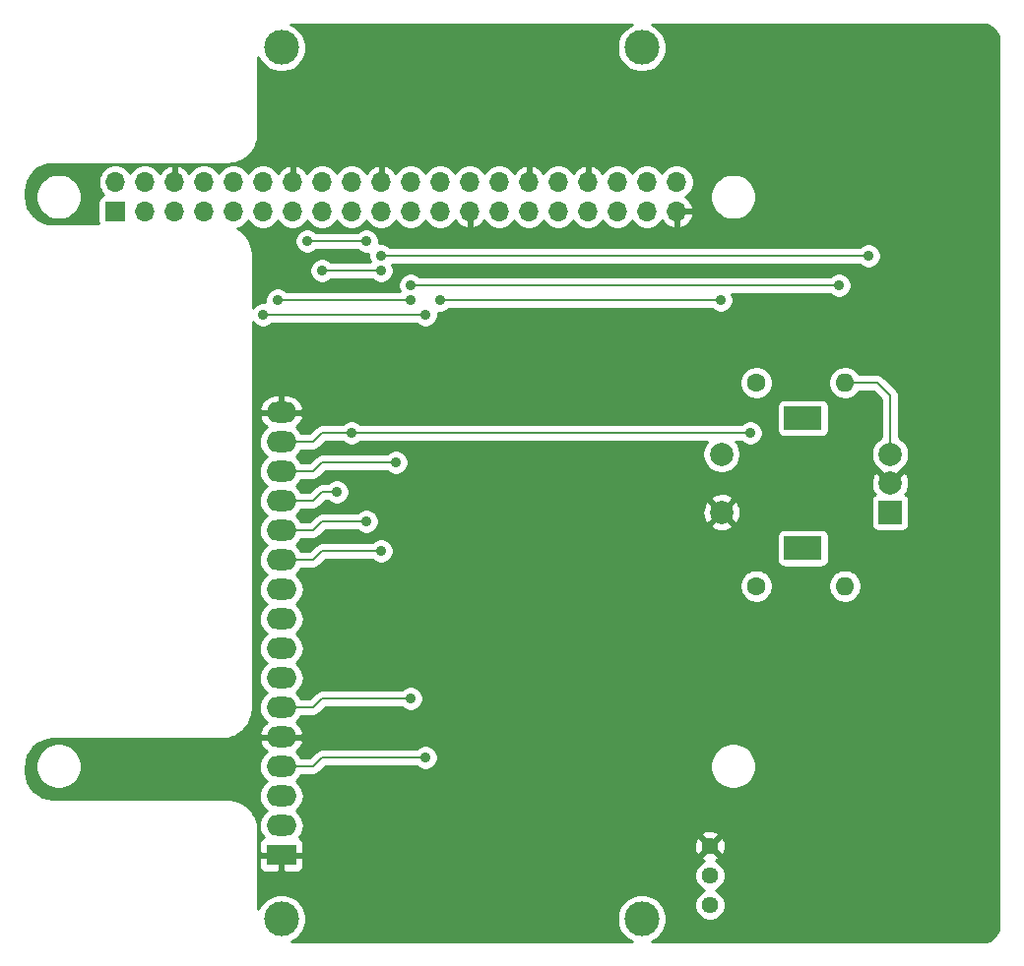
<source format=gbl>
G04 #@! TF.GenerationSoftware,KiCad,Pcbnew,(5.1.9)-1*
G04 #@! TF.CreationDate,2022-05-06T12:13:32+02:00*
G04 #@! TF.ProjectId,cluimsyMIDI AddOn,636c7569-6d73-4794-9d49-444920416464,rev?*
G04 #@! TF.SameCoordinates,Original*
G04 #@! TF.FileFunction,Copper,L2,Bot*
G04 #@! TF.FilePolarity,Positive*
%FSLAX46Y46*%
G04 Gerber Fmt 4.6, Leading zero omitted, Abs format (unit mm)*
G04 Created by KiCad (PCBNEW (5.1.9)-1) date 2022-05-06 12:13:32*
%MOMM*%
%LPD*%
G01*
G04 APERTURE LIST*
G04 #@! TA.AperFunction,ComponentPad*
%ADD10R,2.000000X2.000000*%
G04 #@! TD*
G04 #@! TA.AperFunction,ComponentPad*
%ADD11C,2.000000*%
G04 #@! TD*
G04 #@! TA.AperFunction,ComponentPad*
%ADD12R,3.200000X2.000000*%
G04 #@! TD*
G04 #@! TA.AperFunction,ComponentPad*
%ADD13O,1.600000X1.600000*%
G04 #@! TD*
G04 #@! TA.AperFunction,ComponentPad*
%ADD14C,1.600000*%
G04 #@! TD*
G04 #@! TA.AperFunction,ComponentPad*
%ADD15C,1.440000*%
G04 #@! TD*
G04 #@! TA.AperFunction,ComponentPad*
%ADD16C,3.000000*%
G04 #@! TD*
G04 #@! TA.AperFunction,ComponentPad*
%ADD17O,2.600000X1.800000*%
G04 #@! TD*
G04 #@! TA.AperFunction,ComponentPad*
%ADD18R,2.600000X1.800000*%
G04 #@! TD*
G04 #@! TA.AperFunction,ComponentPad*
%ADD19R,1.700000X1.700000*%
G04 #@! TD*
G04 #@! TA.AperFunction,ComponentPad*
%ADD20O,1.700000X1.700000*%
G04 #@! TD*
G04 #@! TA.AperFunction,ViaPad*
%ADD21C,0.900000*%
G04 #@! TD*
G04 #@! TA.AperFunction,Conductor*
%ADD22C,0.200000*%
G04 #@! TD*
G04 #@! TA.AperFunction,Conductor*
%ADD23C,0.254000*%
G04 #@! TD*
G04 #@! TA.AperFunction,Conductor*
%ADD24C,0.150000*%
G04 #@! TD*
G04 APERTURE END LIST*
D10*
X66630000Y-25880000D03*
D11*
X66630000Y-23380000D03*
X66630000Y-20880000D03*
D12*
X59130000Y-28980000D03*
X59130000Y-17780000D03*
D11*
X52130000Y-25880000D03*
X52130000Y-20880000D03*
D13*
X62750000Y-32230000D03*
D14*
X55130000Y-32230000D03*
D13*
X62750000Y-14730000D03*
D14*
X55130000Y-14730000D03*
D15*
X51130000Y-54610000D03*
X51130000Y-57150000D03*
X51130000Y-59690000D03*
D16*
X14270000Y14120000D03*
X45270700Y14119480D03*
X45270700Y-60879100D03*
X14270000Y-60879100D03*
D17*
X14270000Y-17280000D03*
X14270000Y-19820000D03*
X14270000Y-22360000D03*
X14270000Y-24900000D03*
X14270000Y-27440000D03*
X14270000Y-29980000D03*
X14270000Y-32520000D03*
X14270000Y-35060000D03*
X14270000Y-37600000D03*
X14270000Y-40140000D03*
X14270000Y-42680000D03*
X14270000Y-45220000D03*
X14270000Y-47760000D03*
X14270000Y-50300000D03*
X14270000Y-52840000D03*
D18*
X14270000Y-55380000D03*
D19*
X0Y0D03*
D20*
X0Y2540000D03*
X2540000Y0D03*
X2540000Y2540000D03*
X5080000Y0D03*
X5080000Y2540000D03*
X7620000Y0D03*
X7620000Y2540000D03*
X10160000Y0D03*
X10160000Y2540000D03*
X12700000Y0D03*
X12700000Y2540000D03*
X15240000Y0D03*
X15240000Y2540000D03*
X17780000Y0D03*
X17780000Y2540000D03*
X20320000Y0D03*
X20320000Y2540000D03*
X22860000Y0D03*
X22860000Y2540000D03*
X25400000Y0D03*
X25400000Y2540000D03*
X27940000Y0D03*
X27940000Y2540000D03*
X30480000Y0D03*
X30480000Y2540000D03*
X33020000Y0D03*
X33020000Y2540000D03*
X35560000Y0D03*
X35560000Y2540000D03*
X38100000Y0D03*
X38100000Y2540000D03*
X40640000Y0D03*
X40640000Y2540000D03*
X43180000Y0D03*
X43180000Y2540000D03*
X45720000Y0D03*
X45720000Y2540000D03*
X48260000Y0D03*
X48260000Y2540000D03*
D21*
X20320000Y-19050000D03*
X54610000Y-19050000D03*
X12700000Y-8890000D03*
X26670000Y-8890000D03*
X26670000Y-46990000D03*
X25400000Y-41910000D03*
X13970000Y-7620000D03*
X25400000Y-7620000D03*
X22860000Y-29210000D03*
X17780000Y-5080000D03*
X22860000Y-5080000D03*
X21590000Y-26670000D03*
X21590000Y-2540000D03*
X16510000Y-2540000D03*
X19050000Y-24130000D03*
X24130000Y-21590000D03*
X22860000Y-3810000D03*
X64770000Y-3810000D03*
X25400000Y-6350000D03*
X62230000Y-6350000D03*
X27940000Y-7620000D03*
X52070000Y-7620000D03*
D22*
X14270000Y-19820000D02*
X17010000Y-19820000D01*
X17010000Y-19820000D02*
X17780000Y-19050000D01*
X17780000Y-19050000D02*
X20320000Y-19050000D01*
X20320000Y-19050000D02*
X20320000Y-19050000D01*
X20320000Y-19050000D02*
X54610000Y-19050000D01*
X54610000Y-19050000D02*
X54610000Y-19050000D01*
X14270000Y-47760000D02*
X17010000Y-47760000D01*
X17010000Y-47760000D02*
X17780000Y-46990000D01*
X12700000Y-8890000D02*
X26670000Y-8890000D01*
X26670000Y-8890000D02*
X26670000Y-8890000D01*
X17780000Y-46990000D02*
X26670000Y-46990000D01*
X14270000Y-42680000D02*
X17010000Y-42680000D01*
X17010000Y-42680000D02*
X17780000Y-41910000D01*
X17780000Y-41910000D02*
X25400000Y-41910000D01*
X13970000Y-7620000D02*
X25400000Y-7620000D01*
X14270000Y-29980000D02*
X17010000Y-29980000D01*
X17010000Y-29980000D02*
X17780000Y-29210000D01*
X17780000Y-29210000D02*
X22860000Y-29210000D01*
X22860000Y-29210000D02*
X22860000Y-29210000D01*
X17780000Y-5080000D02*
X22860000Y-5080000D01*
X14270000Y-27440000D02*
X17010000Y-27440000D01*
X17010000Y-27440000D02*
X17780000Y-26670000D01*
X17780000Y-26670000D02*
X21590000Y-26670000D01*
X21590000Y-26670000D02*
X21590000Y-26670000D01*
X16510000Y-2540000D02*
X21590000Y-2540000D01*
X14270000Y-24900000D02*
X17010000Y-24900000D01*
X17010000Y-24900000D02*
X17780000Y-24130000D01*
X17780000Y-24130000D02*
X19050000Y-24130000D01*
X19050000Y-24130000D02*
X19050000Y-24130000D01*
X14270000Y-22360000D02*
X17010000Y-22360000D01*
X17010000Y-22360000D02*
X17780000Y-21590000D01*
X17780000Y-21590000D02*
X24130000Y-21590000D01*
X24130000Y-21590000D02*
X24130000Y-21590000D01*
X22860000Y-3810000D02*
X64770000Y-3810000D01*
X64770000Y-3810000D02*
X64770000Y-3810000D01*
X25400000Y-6350000D02*
X62230000Y-6350000D01*
X62230000Y-6350000D02*
X62230000Y-6350000D01*
X66630000Y-15830000D02*
X66630000Y-20880000D01*
X65530000Y-14730000D02*
X66630000Y-15830000D01*
X62750000Y-14730000D02*
X65530000Y-14730000D01*
X27940000Y-7620000D02*
X52070000Y-7620000D01*
X52070000Y-7620000D02*
X52070000Y-7620000D01*
D23*
X44259398Y16011492D02*
X43909717Y15777843D01*
X43612337Y15480463D01*
X43378688Y15130782D01*
X43217747Y14742236D01*
X43135700Y14329759D01*
X43135700Y13909201D01*
X43217747Y13496724D01*
X43378688Y13108178D01*
X43612337Y12758497D01*
X43909717Y12461117D01*
X44259398Y12227468D01*
X44647944Y12066527D01*
X45060421Y11984480D01*
X45480979Y11984480D01*
X45893456Y12066527D01*
X46282002Y12227468D01*
X46631683Y12461117D01*
X46929063Y12758497D01*
X47162712Y13108178D01*
X47323653Y13496724D01*
X47405700Y13909201D01*
X47405700Y14329759D01*
X47323653Y14742236D01*
X47162712Y15130782D01*
X46929063Y15480463D01*
X46631683Y15777843D01*
X46282002Y16011492D01*
X46104538Y16085000D01*
X74596495Y16085000D01*
X74884782Y16056733D01*
X75129855Y15982741D01*
X75355890Y15862557D01*
X75554281Y15700752D01*
X75717460Y15503503D01*
X75839220Y15278313D01*
X75914924Y15033753D01*
X75945000Y14747602D01*
X75945001Y-61486484D01*
X75916733Y-61774782D01*
X75842741Y-62019855D01*
X75722554Y-62245893D01*
X75560754Y-62444279D01*
X75363503Y-62607460D01*
X75138310Y-62729221D01*
X74893753Y-62804924D01*
X74607602Y-62835000D01*
X46127763Y-62835000D01*
X46282002Y-62771112D01*
X46631683Y-62537463D01*
X46929063Y-62240083D01*
X47162712Y-61890402D01*
X47323653Y-61501856D01*
X47405700Y-61089379D01*
X47405700Y-60668821D01*
X47323653Y-60256344D01*
X47162712Y-59867798D01*
X46929063Y-59518117D01*
X46631683Y-59220737D01*
X46282002Y-58987088D01*
X45893456Y-58826147D01*
X45480979Y-58744100D01*
X45060421Y-58744100D01*
X44647944Y-58826147D01*
X44259398Y-58987088D01*
X43909717Y-59220737D01*
X43612337Y-59518117D01*
X43378688Y-59867798D01*
X43217747Y-60256344D01*
X43135700Y-60668821D01*
X43135700Y-61089379D01*
X43217747Y-61501856D01*
X43378688Y-61890402D01*
X43612337Y-62240083D01*
X43909717Y-62537463D01*
X44259398Y-62771112D01*
X44413637Y-62835000D01*
X15127063Y-62835000D01*
X15281302Y-62771112D01*
X15630983Y-62537463D01*
X15928363Y-62240083D01*
X16162012Y-61890402D01*
X16322953Y-61501856D01*
X16405000Y-61089379D01*
X16405000Y-60668821D01*
X16322953Y-60256344D01*
X16162012Y-59867798D01*
X15928363Y-59518117D01*
X15630983Y-59220737D01*
X15281302Y-58987088D01*
X14892756Y-58826147D01*
X14480279Y-58744100D01*
X14059721Y-58744100D01*
X13647244Y-58826147D01*
X13258698Y-58987088D01*
X12909017Y-59220737D01*
X12611637Y-59518117D01*
X12377988Y-59867798D01*
X12315000Y-60019865D01*
X12315000Y-57016544D01*
X49775000Y-57016544D01*
X49775000Y-57283456D01*
X49827072Y-57545239D01*
X49929215Y-57791833D01*
X50077503Y-58013762D01*
X50266238Y-58202497D01*
X50488167Y-58350785D01*
X50655266Y-58420000D01*
X50488167Y-58489215D01*
X50266238Y-58637503D01*
X50077503Y-58826238D01*
X49929215Y-59048167D01*
X49827072Y-59294761D01*
X49775000Y-59556544D01*
X49775000Y-59823456D01*
X49827072Y-60085239D01*
X49929215Y-60331833D01*
X50077503Y-60553762D01*
X50266238Y-60742497D01*
X50488167Y-60890785D01*
X50734761Y-60992928D01*
X50996544Y-61045000D01*
X51263456Y-61045000D01*
X51525239Y-60992928D01*
X51771833Y-60890785D01*
X51993762Y-60742497D01*
X52182497Y-60553762D01*
X52330785Y-60331833D01*
X52432928Y-60085239D01*
X52485000Y-59823456D01*
X52485000Y-59556544D01*
X52432928Y-59294761D01*
X52330785Y-59048167D01*
X52182497Y-58826238D01*
X51993762Y-58637503D01*
X51771833Y-58489215D01*
X51604734Y-58420000D01*
X51771833Y-58350785D01*
X51993762Y-58202497D01*
X52182497Y-58013762D01*
X52330785Y-57791833D01*
X52432928Y-57545239D01*
X52485000Y-57283456D01*
X52485000Y-57016544D01*
X52432928Y-56754761D01*
X52330785Y-56508167D01*
X52182497Y-56286238D01*
X51993762Y-56097503D01*
X51771833Y-55949215D01*
X51603676Y-55879562D01*
X51718353Y-55837875D01*
X51824068Y-55781368D01*
X51885955Y-55545560D01*
X51130000Y-54789605D01*
X50374045Y-55545560D01*
X50435932Y-55781368D01*
X50651007Y-55881764D01*
X50488167Y-55949215D01*
X50266238Y-56097503D01*
X50077503Y-56286238D01*
X49929215Y-56508167D01*
X49827072Y-56754761D01*
X49775000Y-57016544D01*
X12315000Y-57016544D01*
X12315000Y-56280000D01*
X12331928Y-56280000D01*
X12344188Y-56404482D01*
X12380498Y-56524180D01*
X12439463Y-56634494D01*
X12518815Y-56731185D01*
X12615506Y-56810537D01*
X12725820Y-56869502D01*
X12845518Y-56905812D01*
X12970000Y-56918072D01*
X13984250Y-56915000D01*
X14143000Y-56756250D01*
X14143000Y-55507000D01*
X14397000Y-55507000D01*
X14397000Y-56756250D01*
X14555750Y-56915000D01*
X15570000Y-56918072D01*
X15694482Y-56905812D01*
X15814180Y-56869502D01*
X15924494Y-56810537D01*
X16021185Y-56731185D01*
X16100537Y-56634494D01*
X16159502Y-56524180D01*
X16195812Y-56404482D01*
X16208072Y-56280000D01*
X16205000Y-55665750D01*
X16046250Y-55507000D01*
X14397000Y-55507000D01*
X14143000Y-55507000D01*
X12493750Y-55507000D01*
X12335000Y-55665750D01*
X12331928Y-56280000D01*
X12315000Y-56280000D01*
X12315000Y-53196353D01*
X12312045Y-53166355D01*
X12312132Y-53153953D01*
X12311198Y-53144434D01*
X12270397Y-52756242D01*
X12257920Y-52695461D01*
X12246280Y-52634440D01*
X12243516Y-52625284D01*
X12128092Y-52252409D01*
X12104028Y-52195163D01*
X12080776Y-52137612D01*
X12076286Y-52129167D01*
X11890635Y-51785812D01*
X11855919Y-51734344D01*
X11821920Y-51682389D01*
X11815876Y-51674978D01*
X11567069Y-51374223D01*
X11522996Y-51330457D01*
X11479577Y-51286119D01*
X11472208Y-51280022D01*
X11169723Y-51033321D01*
X11118005Y-50998960D01*
X11066784Y-50963888D01*
X11058371Y-50959339D01*
X10713730Y-50776089D01*
X10656300Y-50752418D01*
X10599263Y-50727972D01*
X10590131Y-50725145D01*
X10590125Y-50725143D01*
X10216455Y-50612326D01*
X10155545Y-50600265D01*
X10094826Y-50587359D01*
X10085314Y-50586359D01*
X9696845Y-50548269D01*
X9696837Y-50548269D01*
X9663647Y-50545000D01*
X-5336496Y-50545000D01*
X-5819016Y-50497688D01*
X-6250927Y-50367287D01*
X-6649280Y-50155480D01*
X-6998914Y-49870325D01*
X-7286497Y-49522697D01*
X-7501085Y-49125825D01*
X-7634500Y-48694834D01*
X-7685000Y-48214346D01*
X-7685000Y-47763505D01*
X-7662546Y-47534495D01*
X-6855000Y-47534495D01*
X-6855000Y-47925505D01*
X-6778718Y-48309003D01*
X-6629085Y-48670250D01*
X-6411851Y-48995364D01*
X-6135364Y-49271851D01*
X-5810250Y-49489085D01*
X-5449003Y-49638718D01*
X-5065505Y-49715000D01*
X-4674495Y-49715000D01*
X-4290997Y-49638718D01*
X-3929750Y-49489085D01*
X-3604636Y-49271851D01*
X-3328149Y-48995364D01*
X-3110915Y-48670250D01*
X-2961282Y-48309003D01*
X-2885000Y-47925505D01*
X-2885000Y-47760000D01*
X12327573Y-47760000D01*
X12357210Y-48060913D01*
X12444983Y-48350261D01*
X12587519Y-48616927D01*
X12779339Y-48850661D01*
X12997865Y-49030000D01*
X12779339Y-49209339D01*
X12587519Y-49443073D01*
X12444983Y-49709739D01*
X12357210Y-49999087D01*
X12327573Y-50300000D01*
X12357210Y-50600913D01*
X12444983Y-50890261D01*
X12587519Y-51156927D01*
X12779339Y-51390661D01*
X12997865Y-51570000D01*
X12779339Y-51749339D01*
X12587519Y-51983073D01*
X12444983Y-52249739D01*
X12357210Y-52539087D01*
X12327573Y-52840000D01*
X12357210Y-53140913D01*
X12444983Y-53430261D01*
X12587519Y-53696927D01*
X12742280Y-53885505D01*
X12725820Y-53890498D01*
X12615506Y-53949463D01*
X12518815Y-54028815D01*
X12439463Y-54125506D01*
X12380498Y-54235820D01*
X12344188Y-54355518D01*
X12331928Y-54480000D01*
X12335000Y-55094250D01*
X12493750Y-55253000D01*
X14143000Y-55253000D01*
X14143000Y-55233000D01*
X14397000Y-55233000D01*
X14397000Y-55253000D01*
X16046250Y-55253000D01*
X16205000Y-55094250D01*
X16207053Y-54683680D01*
X49770439Y-54683680D01*
X49810937Y-54947501D01*
X49902125Y-55198353D01*
X49958632Y-55304068D01*
X50194440Y-55365955D01*
X50950395Y-54610000D01*
X51309605Y-54610000D01*
X52065560Y-55365955D01*
X52301368Y-55304068D01*
X52414266Y-55062210D01*
X52477811Y-54802973D01*
X52489561Y-54536320D01*
X52449063Y-54272499D01*
X52357875Y-54021647D01*
X52301368Y-53915932D01*
X52065560Y-53854045D01*
X51309605Y-54610000D01*
X50950395Y-54610000D01*
X50194440Y-53854045D01*
X49958632Y-53915932D01*
X49845734Y-54157790D01*
X49782189Y-54417027D01*
X49770439Y-54683680D01*
X16207053Y-54683680D01*
X16208072Y-54480000D01*
X16195812Y-54355518D01*
X16159502Y-54235820D01*
X16100537Y-54125506D01*
X16021185Y-54028815D01*
X15924494Y-53949463D01*
X15814180Y-53890498D01*
X15797720Y-53885505D01*
X15952481Y-53696927D01*
X15964500Y-53674440D01*
X50374045Y-53674440D01*
X51130000Y-54430395D01*
X51885955Y-53674440D01*
X51824068Y-53438632D01*
X51582210Y-53325734D01*
X51322973Y-53262189D01*
X51056320Y-53250439D01*
X50792499Y-53290937D01*
X50541647Y-53382125D01*
X50435932Y-53438632D01*
X50374045Y-53674440D01*
X15964500Y-53674440D01*
X16095017Y-53430261D01*
X16182790Y-53140913D01*
X16212427Y-52840000D01*
X16182790Y-52539087D01*
X16095017Y-52249739D01*
X15952481Y-51983073D01*
X15760661Y-51749339D01*
X15542135Y-51570000D01*
X15760661Y-51390661D01*
X15952481Y-51156927D01*
X16095017Y-50890261D01*
X16182790Y-50600913D01*
X16212427Y-50300000D01*
X16182790Y-49999087D01*
X16095017Y-49709739D01*
X15952481Y-49443073D01*
X15760661Y-49209339D01*
X15542135Y-49030000D01*
X15760661Y-48850661D01*
X15952481Y-48616927D01*
X16017652Y-48495000D01*
X16973895Y-48495000D01*
X17010000Y-48498556D01*
X17046105Y-48495000D01*
X17154085Y-48484365D01*
X17292633Y-48442337D01*
X17420320Y-48374087D01*
X17532238Y-48282238D01*
X17555258Y-48254188D01*
X18084447Y-47725000D01*
X25870578Y-47725000D01*
X25978353Y-47832775D01*
X26156060Y-47951515D01*
X26353517Y-48033304D01*
X26563137Y-48075000D01*
X26776863Y-48075000D01*
X26986483Y-48033304D01*
X27183940Y-47951515D01*
X27361647Y-47832775D01*
X27512775Y-47681647D01*
X27611098Y-47534495D01*
X51145000Y-47534495D01*
X51145000Y-47925505D01*
X51221282Y-48309003D01*
X51370915Y-48670250D01*
X51588149Y-48995364D01*
X51864636Y-49271851D01*
X52189750Y-49489085D01*
X52550997Y-49638718D01*
X52934495Y-49715000D01*
X53325505Y-49715000D01*
X53709003Y-49638718D01*
X54070250Y-49489085D01*
X54395364Y-49271851D01*
X54671851Y-48995364D01*
X54889085Y-48670250D01*
X55038718Y-48309003D01*
X55115000Y-47925505D01*
X55115000Y-47534495D01*
X55038718Y-47150997D01*
X54889085Y-46789750D01*
X54671851Y-46464636D01*
X54395364Y-46188149D01*
X54070250Y-45970915D01*
X53709003Y-45821282D01*
X53325505Y-45745000D01*
X52934495Y-45745000D01*
X52550997Y-45821282D01*
X52189750Y-45970915D01*
X51864636Y-46188149D01*
X51588149Y-46464636D01*
X51370915Y-46789750D01*
X51221282Y-47150997D01*
X51145000Y-47534495D01*
X27611098Y-47534495D01*
X27631515Y-47503940D01*
X27713304Y-47306483D01*
X27755000Y-47096863D01*
X27755000Y-46883137D01*
X27713304Y-46673517D01*
X27631515Y-46476060D01*
X27512775Y-46298353D01*
X27361647Y-46147225D01*
X27183940Y-46028485D01*
X26986483Y-45946696D01*
X26776863Y-45905000D01*
X26563137Y-45905000D01*
X26353517Y-45946696D01*
X26156060Y-46028485D01*
X25978353Y-46147225D01*
X25870578Y-46255000D01*
X17816094Y-46255000D01*
X17779999Y-46251445D01*
X17743904Y-46255000D01*
X17743895Y-46255000D01*
X17635915Y-46265635D01*
X17497367Y-46307663D01*
X17369680Y-46375913D01*
X17257762Y-46467762D01*
X17234746Y-46495807D01*
X16705554Y-47025000D01*
X16017652Y-47025000D01*
X15952481Y-46903073D01*
X15760661Y-46669339D01*
X15536309Y-46485219D01*
X15628396Y-46425748D01*
X15845210Y-46215606D01*
X16016862Y-45967204D01*
X16136755Y-45690087D01*
X16161036Y-45584740D01*
X16040378Y-45347000D01*
X14397000Y-45347000D01*
X14397000Y-45367000D01*
X14143000Y-45367000D01*
X14143000Y-45347000D01*
X12499622Y-45347000D01*
X12378964Y-45584740D01*
X12403245Y-45690087D01*
X12523138Y-45967204D01*
X12694790Y-46215606D01*
X12911604Y-46425748D01*
X13003691Y-46485219D01*
X12779339Y-46669339D01*
X12587519Y-46903073D01*
X12444983Y-47169739D01*
X12357210Y-47459087D01*
X12327573Y-47760000D01*
X-2885000Y-47760000D01*
X-2885000Y-47534495D01*
X-2961282Y-47150997D01*
X-3110915Y-46789750D01*
X-3328149Y-46464636D01*
X-3604636Y-46188149D01*
X-3929750Y-45970915D01*
X-4290997Y-45821282D01*
X-4674495Y-45745000D01*
X-5065505Y-45745000D01*
X-5449003Y-45821282D01*
X-5810250Y-45970915D01*
X-6135364Y-46188149D01*
X-6411851Y-46464636D01*
X-6629085Y-46789750D01*
X-6778718Y-47150997D01*
X-6855000Y-47534495D01*
X-7662546Y-47534495D01*
X-7637688Y-47280984D01*
X-7507286Y-46849070D01*
X-7295476Y-46450715D01*
X-7010325Y-46101086D01*
X-6662697Y-45813503D01*
X-6265823Y-45598914D01*
X-5834839Y-45465502D01*
X-5354346Y-45415000D01*
X9163647Y-45415000D01*
X9193645Y-45412045D01*
X9206047Y-45412132D01*
X9215565Y-45411198D01*
X9603758Y-45370397D01*
X9664539Y-45357920D01*
X9725560Y-45346280D01*
X9734716Y-45343516D01*
X10107591Y-45228092D01*
X10164870Y-45204014D01*
X10222388Y-45180775D01*
X10230833Y-45176286D01*
X10574188Y-44990634D01*
X10625635Y-44955932D01*
X10677610Y-44921921D01*
X10685022Y-44915876D01*
X10985777Y-44667069D01*
X11029524Y-44623016D01*
X11073881Y-44579578D01*
X11079978Y-44572208D01*
X11326679Y-44269724D01*
X11361047Y-44217995D01*
X11396111Y-44166785D01*
X11400661Y-44158372D01*
X11583910Y-43813730D01*
X11607555Y-43756364D01*
X11632028Y-43699264D01*
X11634856Y-43690127D01*
X11747674Y-43316456D01*
X11759737Y-43255531D01*
X11772641Y-43194826D01*
X11773641Y-43185314D01*
X11811731Y-42796845D01*
X11811731Y-42796837D01*
X11815000Y-42763647D01*
X11815000Y-19820000D01*
X12327573Y-19820000D01*
X12357210Y-20120913D01*
X12444983Y-20410261D01*
X12587519Y-20676927D01*
X12779339Y-20910661D01*
X12997865Y-21090000D01*
X12779339Y-21269339D01*
X12587519Y-21503073D01*
X12444983Y-21769739D01*
X12357210Y-22059087D01*
X12327573Y-22360000D01*
X12357210Y-22660913D01*
X12444983Y-22950261D01*
X12587519Y-23216927D01*
X12779339Y-23450661D01*
X12997865Y-23630000D01*
X12779339Y-23809339D01*
X12587519Y-24043073D01*
X12444983Y-24309739D01*
X12357210Y-24599087D01*
X12327573Y-24900000D01*
X12357210Y-25200913D01*
X12444983Y-25490261D01*
X12587519Y-25756927D01*
X12779339Y-25990661D01*
X12997865Y-26170000D01*
X12779339Y-26349339D01*
X12587519Y-26583073D01*
X12444983Y-26849739D01*
X12357210Y-27139087D01*
X12327573Y-27440000D01*
X12357210Y-27740913D01*
X12444983Y-28030261D01*
X12587519Y-28296927D01*
X12779339Y-28530661D01*
X12997865Y-28710000D01*
X12779339Y-28889339D01*
X12587519Y-29123073D01*
X12444983Y-29389739D01*
X12357210Y-29679087D01*
X12327573Y-29980000D01*
X12357210Y-30280913D01*
X12444983Y-30570261D01*
X12587519Y-30836927D01*
X12779339Y-31070661D01*
X12997865Y-31250000D01*
X12779339Y-31429339D01*
X12587519Y-31663073D01*
X12444983Y-31929739D01*
X12357210Y-32219087D01*
X12327573Y-32520000D01*
X12357210Y-32820913D01*
X12444983Y-33110261D01*
X12587519Y-33376927D01*
X12779339Y-33610661D01*
X12997865Y-33790000D01*
X12779339Y-33969339D01*
X12587519Y-34203073D01*
X12444983Y-34469739D01*
X12357210Y-34759087D01*
X12327573Y-35060000D01*
X12357210Y-35360913D01*
X12444983Y-35650261D01*
X12587519Y-35916927D01*
X12779339Y-36150661D01*
X12997865Y-36330000D01*
X12779339Y-36509339D01*
X12587519Y-36743073D01*
X12444983Y-37009739D01*
X12357210Y-37299087D01*
X12327573Y-37600000D01*
X12357210Y-37900913D01*
X12444983Y-38190261D01*
X12587519Y-38456927D01*
X12779339Y-38690661D01*
X12997865Y-38870000D01*
X12779339Y-39049339D01*
X12587519Y-39283073D01*
X12444983Y-39549739D01*
X12357210Y-39839087D01*
X12327573Y-40140000D01*
X12357210Y-40440913D01*
X12444983Y-40730261D01*
X12587519Y-40996927D01*
X12779339Y-41230661D01*
X12997865Y-41410000D01*
X12779339Y-41589339D01*
X12587519Y-41823073D01*
X12444983Y-42089739D01*
X12357210Y-42379087D01*
X12327573Y-42680000D01*
X12357210Y-42980913D01*
X12444983Y-43270261D01*
X12587519Y-43536927D01*
X12779339Y-43770661D01*
X13003691Y-43954781D01*
X12911604Y-44014252D01*
X12694790Y-44224394D01*
X12523138Y-44472796D01*
X12403245Y-44749913D01*
X12378964Y-44855260D01*
X12499622Y-45093000D01*
X14143000Y-45093000D01*
X14143000Y-45073000D01*
X14397000Y-45073000D01*
X14397000Y-45093000D01*
X16040378Y-45093000D01*
X16161036Y-44855260D01*
X16136755Y-44749913D01*
X16016862Y-44472796D01*
X15845210Y-44224394D01*
X15628396Y-44014252D01*
X15536309Y-43954781D01*
X15760661Y-43770661D01*
X15952481Y-43536927D01*
X16017652Y-43415000D01*
X16973895Y-43415000D01*
X17010000Y-43418556D01*
X17046105Y-43415000D01*
X17154085Y-43404365D01*
X17292633Y-43362337D01*
X17420320Y-43294087D01*
X17532238Y-43202238D01*
X17555258Y-43174188D01*
X18084447Y-42645000D01*
X24600578Y-42645000D01*
X24708353Y-42752775D01*
X24886060Y-42871515D01*
X25083517Y-42953304D01*
X25293137Y-42995000D01*
X25506863Y-42995000D01*
X25716483Y-42953304D01*
X25913940Y-42871515D01*
X26091647Y-42752775D01*
X26242775Y-42601647D01*
X26361515Y-42423940D01*
X26443304Y-42226483D01*
X26485000Y-42016863D01*
X26485000Y-41803137D01*
X26443304Y-41593517D01*
X26361515Y-41396060D01*
X26242775Y-41218353D01*
X26091647Y-41067225D01*
X25913940Y-40948485D01*
X25716483Y-40866696D01*
X25506863Y-40825000D01*
X25293137Y-40825000D01*
X25083517Y-40866696D01*
X24886060Y-40948485D01*
X24708353Y-41067225D01*
X24600578Y-41175000D01*
X17816094Y-41175000D01*
X17779999Y-41171445D01*
X17743904Y-41175000D01*
X17743895Y-41175000D01*
X17635915Y-41185635D01*
X17497367Y-41227663D01*
X17369680Y-41295913D01*
X17257762Y-41387762D01*
X17234746Y-41415807D01*
X16705554Y-41945000D01*
X16017652Y-41945000D01*
X15952481Y-41823073D01*
X15760661Y-41589339D01*
X15542135Y-41410000D01*
X15760661Y-41230661D01*
X15952481Y-40996927D01*
X16095017Y-40730261D01*
X16182790Y-40440913D01*
X16212427Y-40140000D01*
X16182790Y-39839087D01*
X16095017Y-39549739D01*
X15952481Y-39283073D01*
X15760661Y-39049339D01*
X15542135Y-38870000D01*
X15760661Y-38690661D01*
X15952481Y-38456927D01*
X16095017Y-38190261D01*
X16182790Y-37900913D01*
X16212427Y-37600000D01*
X16182790Y-37299087D01*
X16095017Y-37009739D01*
X15952481Y-36743073D01*
X15760661Y-36509339D01*
X15542135Y-36330000D01*
X15760661Y-36150661D01*
X15952481Y-35916927D01*
X16095017Y-35650261D01*
X16182790Y-35360913D01*
X16212427Y-35060000D01*
X16182790Y-34759087D01*
X16095017Y-34469739D01*
X15952481Y-34203073D01*
X15760661Y-33969339D01*
X15542135Y-33790000D01*
X15760661Y-33610661D01*
X15952481Y-33376927D01*
X16095017Y-33110261D01*
X16182790Y-32820913D01*
X16212427Y-32520000D01*
X16182790Y-32219087D01*
X16143227Y-32088665D01*
X53695000Y-32088665D01*
X53695000Y-32371335D01*
X53750147Y-32648574D01*
X53858320Y-32909727D01*
X54015363Y-33144759D01*
X54215241Y-33344637D01*
X54450273Y-33501680D01*
X54711426Y-33609853D01*
X54988665Y-33665000D01*
X55271335Y-33665000D01*
X55548574Y-33609853D01*
X55809727Y-33501680D01*
X56044759Y-33344637D01*
X56244637Y-33144759D01*
X56401680Y-32909727D01*
X56509853Y-32648574D01*
X56565000Y-32371335D01*
X56565000Y-32088665D01*
X61315000Y-32088665D01*
X61315000Y-32371335D01*
X61370147Y-32648574D01*
X61478320Y-32909727D01*
X61635363Y-33144759D01*
X61835241Y-33344637D01*
X62070273Y-33501680D01*
X62331426Y-33609853D01*
X62608665Y-33665000D01*
X62891335Y-33665000D01*
X63168574Y-33609853D01*
X63429727Y-33501680D01*
X63664759Y-33344637D01*
X63864637Y-33144759D01*
X64021680Y-32909727D01*
X64129853Y-32648574D01*
X64185000Y-32371335D01*
X64185000Y-32088665D01*
X64129853Y-31811426D01*
X64021680Y-31550273D01*
X63864637Y-31315241D01*
X63664759Y-31115363D01*
X63429727Y-30958320D01*
X63168574Y-30850147D01*
X62891335Y-30795000D01*
X62608665Y-30795000D01*
X62331426Y-30850147D01*
X62070273Y-30958320D01*
X61835241Y-31115363D01*
X61635363Y-31315241D01*
X61478320Y-31550273D01*
X61370147Y-31811426D01*
X61315000Y-32088665D01*
X56565000Y-32088665D01*
X56509853Y-31811426D01*
X56401680Y-31550273D01*
X56244637Y-31315241D01*
X56044759Y-31115363D01*
X55809727Y-30958320D01*
X55548574Y-30850147D01*
X55271335Y-30795000D01*
X54988665Y-30795000D01*
X54711426Y-30850147D01*
X54450273Y-30958320D01*
X54215241Y-31115363D01*
X54015363Y-31315241D01*
X53858320Y-31550273D01*
X53750147Y-31811426D01*
X53695000Y-32088665D01*
X16143227Y-32088665D01*
X16095017Y-31929739D01*
X15952481Y-31663073D01*
X15760661Y-31429339D01*
X15542135Y-31250000D01*
X15760661Y-31070661D01*
X15952481Y-30836927D01*
X16017652Y-30715000D01*
X16973895Y-30715000D01*
X17010000Y-30718556D01*
X17046105Y-30715000D01*
X17154085Y-30704365D01*
X17292633Y-30662337D01*
X17420320Y-30594087D01*
X17532238Y-30502238D01*
X17555258Y-30474188D01*
X18084447Y-29945000D01*
X22060578Y-29945000D01*
X22168353Y-30052775D01*
X22346060Y-30171515D01*
X22543517Y-30253304D01*
X22753137Y-30295000D01*
X22966863Y-30295000D01*
X23176483Y-30253304D01*
X23373940Y-30171515D01*
X23551647Y-30052775D01*
X23702775Y-29901647D01*
X23821515Y-29723940D01*
X23903304Y-29526483D01*
X23945000Y-29316863D01*
X23945000Y-29103137D01*
X23903304Y-28893517D01*
X23821515Y-28696060D01*
X23702775Y-28518353D01*
X23551647Y-28367225D01*
X23373940Y-28248485D01*
X23176483Y-28166696D01*
X22966863Y-28125000D01*
X22753137Y-28125000D01*
X22543517Y-28166696D01*
X22346060Y-28248485D01*
X22168353Y-28367225D01*
X22060578Y-28475000D01*
X17816094Y-28475000D01*
X17779999Y-28471445D01*
X17743904Y-28475000D01*
X17743895Y-28475000D01*
X17635915Y-28485635D01*
X17497367Y-28527663D01*
X17369680Y-28595913D01*
X17257762Y-28687762D01*
X17234746Y-28715807D01*
X16705554Y-29245000D01*
X16017652Y-29245000D01*
X15952481Y-29123073D01*
X15760661Y-28889339D01*
X15542135Y-28710000D01*
X15760661Y-28530661D01*
X15952481Y-28296927D01*
X16017652Y-28175000D01*
X16973895Y-28175000D01*
X17010000Y-28178556D01*
X17046105Y-28175000D01*
X17154085Y-28164365D01*
X17292633Y-28122337D01*
X17420320Y-28054087D01*
X17510595Y-27980000D01*
X56891928Y-27980000D01*
X56891928Y-29980000D01*
X56904188Y-30104482D01*
X56940498Y-30224180D01*
X56999463Y-30334494D01*
X57078815Y-30431185D01*
X57175506Y-30510537D01*
X57285820Y-30569502D01*
X57405518Y-30605812D01*
X57530000Y-30618072D01*
X60730000Y-30618072D01*
X60854482Y-30605812D01*
X60974180Y-30569502D01*
X61084494Y-30510537D01*
X61181185Y-30431185D01*
X61260537Y-30334494D01*
X61319502Y-30224180D01*
X61355812Y-30104482D01*
X61368072Y-29980000D01*
X61368072Y-27980000D01*
X61355812Y-27855518D01*
X61319502Y-27735820D01*
X61260537Y-27625506D01*
X61181185Y-27528815D01*
X61084494Y-27449463D01*
X60974180Y-27390498D01*
X60854482Y-27354188D01*
X60730000Y-27341928D01*
X57530000Y-27341928D01*
X57405518Y-27354188D01*
X57285820Y-27390498D01*
X57175506Y-27449463D01*
X57078815Y-27528815D01*
X56999463Y-27625506D01*
X56940498Y-27735820D01*
X56904188Y-27855518D01*
X56891928Y-27980000D01*
X17510595Y-27980000D01*
X17532238Y-27962238D01*
X17555258Y-27934188D01*
X18084447Y-27405000D01*
X20790578Y-27405000D01*
X20898353Y-27512775D01*
X21076060Y-27631515D01*
X21273517Y-27713304D01*
X21483137Y-27755000D01*
X21696863Y-27755000D01*
X21906483Y-27713304D01*
X22103940Y-27631515D01*
X22281647Y-27512775D01*
X22432775Y-27361647D01*
X22551515Y-27183940D01*
X22621320Y-27015413D01*
X51174192Y-27015413D01*
X51269956Y-27279814D01*
X51559571Y-27420704D01*
X51871108Y-27502384D01*
X52192595Y-27521718D01*
X52511675Y-27477961D01*
X52816088Y-27372795D01*
X52990044Y-27279814D01*
X53085808Y-27015413D01*
X52130000Y-26059605D01*
X51174192Y-27015413D01*
X22621320Y-27015413D01*
X22633304Y-26986483D01*
X22675000Y-26776863D01*
X22675000Y-26563137D01*
X22633304Y-26353517D01*
X22551515Y-26156060D01*
X22432775Y-25978353D01*
X22397017Y-25942595D01*
X50488282Y-25942595D01*
X50532039Y-26261675D01*
X50637205Y-26566088D01*
X50730186Y-26740044D01*
X50994587Y-26835808D01*
X51950395Y-25880000D01*
X52309605Y-25880000D01*
X53265413Y-26835808D01*
X53529814Y-26740044D01*
X53670704Y-26450429D01*
X53752384Y-26138892D01*
X53771718Y-25817405D01*
X53727961Y-25498325D01*
X53622795Y-25193912D01*
X53529814Y-25019956D01*
X53265413Y-24924192D01*
X52309605Y-25880000D01*
X51950395Y-25880000D01*
X50994587Y-24924192D01*
X50730186Y-25019956D01*
X50589296Y-25309571D01*
X50507616Y-25621108D01*
X50488282Y-25942595D01*
X22397017Y-25942595D01*
X22281647Y-25827225D01*
X22103940Y-25708485D01*
X21906483Y-25626696D01*
X21696863Y-25585000D01*
X21483137Y-25585000D01*
X21273517Y-25626696D01*
X21076060Y-25708485D01*
X20898353Y-25827225D01*
X20790578Y-25935000D01*
X17816094Y-25935000D01*
X17779999Y-25931445D01*
X17743904Y-25935000D01*
X17743895Y-25935000D01*
X17635915Y-25945635D01*
X17497367Y-25987663D01*
X17369680Y-26055913D01*
X17257762Y-26147762D01*
X17234746Y-26175807D01*
X16705554Y-26705000D01*
X16017652Y-26705000D01*
X15952481Y-26583073D01*
X15760661Y-26349339D01*
X15542135Y-26170000D01*
X15760661Y-25990661D01*
X15952481Y-25756927D01*
X16017652Y-25635000D01*
X16973895Y-25635000D01*
X17010000Y-25638556D01*
X17046105Y-25635000D01*
X17154085Y-25624365D01*
X17292633Y-25582337D01*
X17420320Y-25514087D01*
X17532238Y-25422238D01*
X17555258Y-25394188D01*
X18084447Y-24865000D01*
X18250578Y-24865000D01*
X18358353Y-24972775D01*
X18536060Y-25091515D01*
X18733517Y-25173304D01*
X18943137Y-25215000D01*
X19156863Y-25215000D01*
X19366483Y-25173304D01*
X19563940Y-25091515D01*
X19741647Y-24972775D01*
X19892775Y-24821647D01*
X19944264Y-24744587D01*
X51174192Y-24744587D01*
X52130000Y-25700395D01*
X53085808Y-24744587D01*
X52990044Y-24480186D01*
X52700429Y-24339296D01*
X52388892Y-24257616D01*
X52067405Y-24238282D01*
X51748325Y-24282039D01*
X51443912Y-24387205D01*
X51269956Y-24480186D01*
X51174192Y-24744587D01*
X19944264Y-24744587D01*
X20011515Y-24643940D01*
X20093304Y-24446483D01*
X20135000Y-24236863D01*
X20135000Y-24023137D01*
X20093304Y-23813517D01*
X20011515Y-23616060D01*
X19895610Y-23442595D01*
X64988282Y-23442595D01*
X65032039Y-23761675D01*
X65137205Y-24066088D01*
X65230186Y-24240044D01*
X65379223Y-24294024D01*
X65275506Y-24349463D01*
X65178815Y-24428815D01*
X65099463Y-24525506D01*
X65040498Y-24635820D01*
X65004188Y-24755518D01*
X64991928Y-24880000D01*
X64991928Y-26880000D01*
X65004188Y-27004482D01*
X65040498Y-27124180D01*
X65099463Y-27234494D01*
X65178815Y-27331185D01*
X65275506Y-27410537D01*
X65385820Y-27469502D01*
X65505518Y-27505812D01*
X65630000Y-27518072D01*
X67630000Y-27518072D01*
X67754482Y-27505812D01*
X67874180Y-27469502D01*
X67984494Y-27410537D01*
X68081185Y-27331185D01*
X68160537Y-27234494D01*
X68219502Y-27124180D01*
X68255812Y-27004482D01*
X68268072Y-26880000D01*
X68268072Y-24880000D01*
X68255812Y-24755518D01*
X68219502Y-24635820D01*
X68160537Y-24525506D01*
X68081185Y-24428815D01*
X67984494Y-24349463D01*
X67880777Y-24294024D01*
X68029814Y-24240044D01*
X68170704Y-23950429D01*
X68252384Y-23638892D01*
X68271718Y-23317405D01*
X68227961Y-22998325D01*
X68122795Y-22693912D01*
X68029814Y-22519956D01*
X67765413Y-22424192D01*
X66809605Y-23380000D01*
X66823748Y-23394143D01*
X66644143Y-23573748D01*
X66630000Y-23559605D01*
X66615858Y-23573748D01*
X66436253Y-23394143D01*
X66450395Y-23380000D01*
X65494587Y-22424192D01*
X65230186Y-22519956D01*
X65089296Y-22809571D01*
X65007616Y-23121108D01*
X64988282Y-23442595D01*
X19895610Y-23442595D01*
X19892775Y-23438353D01*
X19741647Y-23287225D01*
X19563940Y-23168485D01*
X19366483Y-23086696D01*
X19156863Y-23045000D01*
X18943137Y-23045000D01*
X18733517Y-23086696D01*
X18536060Y-23168485D01*
X18358353Y-23287225D01*
X18250578Y-23395000D01*
X17816094Y-23395000D01*
X17779999Y-23391445D01*
X17743904Y-23395000D01*
X17743895Y-23395000D01*
X17635915Y-23405635D01*
X17497367Y-23447663D01*
X17369680Y-23515913D01*
X17257762Y-23607762D01*
X17234746Y-23635807D01*
X16705554Y-24165000D01*
X16017652Y-24165000D01*
X15952481Y-24043073D01*
X15760661Y-23809339D01*
X15542135Y-23630000D01*
X15760661Y-23450661D01*
X15952481Y-23216927D01*
X16017652Y-23095000D01*
X16973895Y-23095000D01*
X17010000Y-23098556D01*
X17046105Y-23095000D01*
X17154085Y-23084365D01*
X17292633Y-23042337D01*
X17420320Y-22974087D01*
X17532238Y-22882238D01*
X17555258Y-22854188D01*
X18084447Y-22325000D01*
X23330578Y-22325000D01*
X23438353Y-22432775D01*
X23616060Y-22551515D01*
X23813517Y-22633304D01*
X24023137Y-22675000D01*
X24236863Y-22675000D01*
X24446483Y-22633304D01*
X24643940Y-22551515D01*
X24821647Y-22432775D01*
X24972775Y-22281647D01*
X25091515Y-22103940D01*
X25173304Y-21906483D01*
X25215000Y-21696863D01*
X25215000Y-21483137D01*
X25173304Y-21273517D01*
X25091515Y-21076060D01*
X24972775Y-20898353D01*
X24821647Y-20747225D01*
X24643940Y-20628485D01*
X24446483Y-20546696D01*
X24236863Y-20505000D01*
X24023137Y-20505000D01*
X23813517Y-20546696D01*
X23616060Y-20628485D01*
X23438353Y-20747225D01*
X23330578Y-20855000D01*
X17816094Y-20855000D01*
X17779999Y-20851445D01*
X17743904Y-20855000D01*
X17743895Y-20855000D01*
X17635915Y-20865635D01*
X17497367Y-20907663D01*
X17369680Y-20975913D01*
X17257762Y-21067762D01*
X17234746Y-21095807D01*
X16705554Y-21625000D01*
X16017652Y-21625000D01*
X15952481Y-21503073D01*
X15760661Y-21269339D01*
X15542135Y-21090000D01*
X15760661Y-20910661D01*
X15952481Y-20676927D01*
X16017652Y-20555000D01*
X16973895Y-20555000D01*
X17010000Y-20558556D01*
X17046105Y-20555000D01*
X17154085Y-20544365D01*
X17292633Y-20502337D01*
X17420320Y-20434087D01*
X17532238Y-20342238D01*
X17555258Y-20314188D01*
X18084447Y-19785000D01*
X19520578Y-19785000D01*
X19628353Y-19892775D01*
X19806060Y-20011515D01*
X20003517Y-20093304D01*
X20213137Y-20135000D01*
X20426863Y-20135000D01*
X20636483Y-20093304D01*
X20833940Y-20011515D01*
X21011647Y-19892775D01*
X21119422Y-19785000D01*
X50912761Y-19785000D01*
X50860013Y-19837748D01*
X50681082Y-20105537D01*
X50557832Y-20403088D01*
X50495000Y-20718967D01*
X50495000Y-21041033D01*
X50557832Y-21356912D01*
X50681082Y-21654463D01*
X50860013Y-21922252D01*
X51087748Y-22149987D01*
X51355537Y-22328918D01*
X51653088Y-22452168D01*
X51968967Y-22515000D01*
X52291033Y-22515000D01*
X52606912Y-22452168D01*
X52904463Y-22328918D01*
X53172252Y-22149987D01*
X53399987Y-21922252D01*
X53578918Y-21654463D01*
X53702168Y-21356912D01*
X53765000Y-21041033D01*
X53765000Y-20718967D01*
X53702168Y-20403088D01*
X53578918Y-20105537D01*
X53399987Y-19837748D01*
X53347239Y-19785000D01*
X53810578Y-19785000D01*
X53918353Y-19892775D01*
X54096060Y-20011515D01*
X54293517Y-20093304D01*
X54503137Y-20135000D01*
X54716863Y-20135000D01*
X54926483Y-20093304D01*
X55123940Y-20011515D01*
X55301647Y-19892775D01*
X55452775Y-19741647D01*
X55571515Y-19563940D01*
X55653304Y-19366483D01*
X55695000Y-19156863D01*
X55695000Y-18943137D01*
X55653304Y-18733517D01*
X55571515Y-18536060D01*
X55452775Y-18358353D01*
X55301647Y-18207225D01*
X55123940Y-18088485D01*
X54926483Y-18006696D01*
X54716863Y-17965000D01*
X54503137Y-17965000D01*
X54293517Y-18006696D01*
X54096060Y-18088485D01*
X53918353Y-18207225D01*
X53810578Y-18315000D01*
X21119422Y-18315000D01*
X21011647Y-18207225D01*
X20833940Y-18088485D01*
X20636483Y-18006696D01*
X20426863Y-17965000D01*
X20213137Y-17965000D01*
X20003517Y-18006696D01*
X19806060Y-18088485D01*
X19628353Y-18207225D01*
X19520578Y-18315000D01*
X17816094Y-18315000D01*
X17779999Y-18311445D01*
X17743904Y-18315000D01*
X17743895Y-18315000D01*
X17635915Y-18325635D01*
X17497367Y-18367663D01*
X17369680Y-18435913D01*
X17257762Y-18527762D01*
X17234746Y-18555807D01*
X16705554Y-19085000D01*
X16017652Y-19085000D01*
X15952481Y-18963073D01*
X15760661Y-18729339D01*
X15536309Y-18545219D01*
X15628396Y-18485748D01*
X15845210Y-18275606D01*
X16016862Y-18027204D01*
X16136755Y-17750087D01*
X16161036Y-17644740D01*
X16040378Y-17407000D01*
X14397000Y-17407000D01*
X14397000Y-17427000D01*
X14143000Y-17427000D01*
X14143000Y-17407000D01*
X12499622Y-17407000D01*
X12378964Y-17644740D01*
X12403245Y-17750087D01*
X12523138Y-18027204D01*
X12694790Y-18275606D01*
X12911604Y-18485748D01*
X13003691Y-18545219D01*
X12779339Y-18729339D01*
X12587519Y-18963073D01*
X12444983Y-19229739D01*
X12357210Y-19519087D01*
X12327573Y-19820000D01*
X11815000Y-19820000D01*
X11815000Y-16915260D01*
X12378964Y-16915260D01*
X12499622Y-17153000D01*
X14143000Y-17153000D01*
X14143000Y-15745000D01*
X14397000Y-15745000D01*
X14397000Y-17153000D01*
X16040378Y-17153000D01*
X16161036Y-16915260D01*
X16136755Y-16809913D01*
X16123814Y-16780000D01*
X56891928Y-16780000D01*
X56891928Y-18780000D01*
X56904188Y-18904482D01*
X56940498Y-19024180D01*
X56999463Y-19134494D01*
X57078815Y-19231185D01*
X57175506Y-19310537D01*
X57285820Y-19369502D01*
X57405518Y-19405812D01*
X57530000Y-19418072D01*
X60730000Y-19418072D01*
X60854482Y-19405812D01*
X60974180Y-19369502D01*
X61084494Y-19310537D01*
X61181185Y-19231185D01*
X61260537Y-19134494D01*
X61319502Y-19024180D01*
X61355812Y-18904482D01*
X61368072Y-18780000D01*
X61368072Y-16780000D01*
X61355812Y-16655518D01*
X61319502Y-16535820D01*
X61260537Y-16425506D01*
X61181185Y-16328815D01*
X61084494Y-16249463D01*
X60974180Y-16190498D01*
X60854482Y-16154188D01*
X60730000Y-16141928D01*
X57530000Y-16141928D01*
X57405518Y-16154188D01*
X57285820Y-16190498D01*
X57175506Y-16249463D01*
X57078815Y-16328815D01*
X56999463Y-16425506D01*
X56940498Y-16535820D01*
X56904188Y-16655518D01*
X56891928Y-16780000D01*
X16123814Y-16780000D01*
X16016862Y-16532796D01*
X15845210Y-16284394D01*
X15628396Y-16074252D01*
X15374751Y-15910446D01*
X15094023Y-15799271D01*
X14797000Y-15745000D01*
X14397000Y-15745000D01*
X14143000Y-15745000D01*
X13743000Y-15745000D01*
X13445977Y-15799271D01*
X13165249Y-15910446D01*
X12911604Y-16074252D01*
X12694790Y-16284394D01*
X12523138Y-16532796D01*
X12403245Y-16809913D01*
X12378964Y-16915260D01*
X11815000Y-16915260D01*
X11815000Y-14588665D01*
X53695000Y-14588665D01*
X53695000Y-14871335D01*
X53750147Y-15148574D01*
X53858320Y-15409727D01*
X54015363Y-15644759D01*
X54215241Y-15844637D01*
X54450273Y-16001680D01*
X54711426Y-16109853D01*
X54988665Y-16165000D01*
X55271335Y-16165000D01*
X55548574Y-16109853D01*
X55809727Y-16001680D01*
X56044759Y-15844637D01*
X56244637Y-15644759D01*
X56401680Y-15409727D01*
X56509853Y-15148574D01*
X56565000Y-14871335D01*
X56565000Y-14588665D01*
X61315000Y-14588665D01*
X61315000Y-14871335D01*
X61370147Y-15148574D01*
X61478320Y-15409727D01*
X61635363Y-15644759D01*
X61835241Y-15844637D01*
X62070273Y-16001680D01*
X62331426Y-16109853D01*
X62608665Y-16165000D01*
X62891335Y-16165000D01*
X63168574Y-16109853D01*
X63429727Y-16001680D01*
X63664759Y-15844637D01*
X63864637Y-15644759D01*
X63984748Y-15465000D01*
X65225554Y-15465000D01*
X65895000Y-16134447D01*
X65895001Y-19414736D01*
X65855537Y-19431082D01*
X65587748Y-19610013D01*
X65360013Y-19837748D01*
X65181082Y-20105537D01*
X65057832Y-20403088D01*
X64995000Y-20718967D01*
X64995000Y-21041033D01*
X65057832Y-21356912D01*
X65181082Y-21654463D01*
X65360013Y-21922252D01*
X65587748Y-22149987D01*
X65684935Y-22214925D01*
X65674192Y-22244587D01*
X66630000Y-23200395D01*
X67585808Y-22244587D01*
X67575065Y-22214925D01*
X67672252Y-22149987D01*
X67899987Y-21922252D01*
X68078918Y-21654463D01*
X68202168Y-21356912D01*
X68265000Y-21041033D01*
X68265000Y-20718967D01*
X68202168Y-20403088D01*
X68078918Y-20105537D01*
X67899987Y-19837748D01*
X67672252Y-19610013D01*
X67404463Y-19431082D01*
X67365000Y-19414736D01*
X67365000Y-15866105D01*
X67368556Y-15830000D01*
X67354365Y-15685915D01*
X67312337Y-15547368D01*
X67312337Y-15547367D01*
X67244087Y-15419680D01*
X67182049Y-15344087D01*
X67175253Y-15335806D01*
X67175250Y-15335803D01*
X67152237Y-15307762D01*
X67124197Y-15284750D01*
X66075258Y-14235812D01*
X66052238Y-14207762D01*
X65940320Y-14115913D01*
X65812633Y-14047663D01*
X65674085Y-14005635D01*
X65566105Y-13995000D01*
X65530000Y-13991444D01*
X65493895Y-13995000D01*
X63984748Y-13995000D01*
X63864637Y-13815241D01*
X63664759Y-13615363D01*
X63429727Y-13458320D01*
X63168574Y-13350147D01*
X62891335Y-13295000D01*
X62608665Y-13295000D01*
X62331426Y-13350147D01*
X62070273Y-13458320D01*
X61835241Y-13615363D01*
X61635363Y-13815241D01*
X61478320Y-14050273D01*
X61370147Y-14311426D01*
X61315000Y-14588665D01*
X56565000Y-14588665D01*
X56509853Y-14311426D01*
X56401680Y-14050273D01*
X56244637Y-13815241D01*
X56044759Y-13615363D01*
X55809727Y-13458320D01*
X55548574Y-13350147D01*
X55271335Y-13295000D01*
X54988665Y-13295000D01*
X54711426Y-13350147D01*
X54450273Y-13458320D01*
X54215241Y-13615363D01*
X54015363Y-13815241D01*
X53858320Y-14050273D01*
X53750147Y-14311426D01*
X53695000Y-14588665D01*
X11815000Y-14588665D01*
X11815000Y-9518453D01*
X11857225Y-9581647D01*
X12008353Y-9732775D01*
X12186060Y-9851515D01*
X12383517Y-9933304D01*
X12593137Y-9975000D01*
X12806863Y-9975000D01*
X13016483Y-9933304D01*
X13213940Y-9851515D01*
X13391647Y-9732775D01*
X13499422Y-9625000D01*
X25870578Y-9625000D01*
X25978353Y-9732775D01*
X26156060Y-9851515D01*
X26353517Y-9933304D01*
X26563137Y-9975000D01*
X26776863Y-9975000D01*
X26986483Y-9933304D01*
X27183940Y-9851515D01*
X27361647Y-9732775D01*
X27512775Y-9581647D01*
X27631515Y-9403940D01*
X27713304Y-9206483D01*
X27755000Y-8996863D01*
X27755000Y-8783137D01*
X27735598Y-8685598D01*
X27833137Y-8705000D01*
X28046863Y-8705000D01*
X28256483Y-8663304D01*
X28453940Y-8581515D01*
X28631647Y-8462775D01*
X28739422Y-8355000D01*
X51270578Y-8355000D01*
X51378353Y-8462775D01*
X51556060Y-8581515D01*
X51753517Y-8663304D01*
X51963137Y-8705000D01*
X52176863Y-8705000D01*
X52386483Y-8663304D01*
X52583940Y-8581515D01*
X52761647Y-8462775D01*
X52912775Y-8311647D01*
X53031515Y-8133940D01*
X53113304Y-7936483D01*
X53155000Y-7726863D01*
X53155000Y-7513137D01*
X53113304Y-7303517D01*
X53031515Y-7106060D01*
X53017443Y-7085000D01*
X61430578Y-7085000D01*
X61538353Y-7192775D01*
X61716060Y-7311515D01*
X61913517Y-7393304D01*
X62123137Y-7435000D01*
X62336863Y-7435000D01*
X62546483Y-7393304D01*
X62743940Y-7311515D01*
X62921647Y-7192775D01*
X63072775Y-7041647D01*
X63191515Y-6863940D01*
X63273304Y-6666483D01*
X63315000Y-6456863D01*
X63315000Y-6243137D01*
X63273304Y-6033517D01*
X63191515Y-5836060D01*
X63072775Y-5658353D01*
X62921647Y-5507225D01*
X62743940Y-5388485D01*
X62546483Y-5306696D01*
X62336863Y-5265000D01*
X62123137Y-5265000D01*
X61913517Y-5306696D01*
X61716060Y-5388485D01*
X61538353Y-5507225D01*
X61430578Y-5615000D01*
X26199422Y-5615000D01*
X26091647Y-5507225D01*
X25913940Y-5388485D01*
X25716483Y-5306696D01*
X25506863Y-5265000D01*
X25293137Y-5265000D01*
X25083517Y-5306696D01*
X24886060Y-5388485D01*
X24708353Y-5507225D01*
X24557225Y-5658353D01*
X24438485Y-5836060D01*
X24356696Y-6033517D01*
X24315000Y-6243137D01*
X24315000Y-6456863D01*
X24356696Y-6666483D01*
X24438485Y-6863940D01*
X24452557Y-6885000D01*
X14769422Y-6885000D01*
X14661647Y-6777225D01*
X14483940Y-6658485D01*
X14286483Y-6576696D01*
X14076863Y-6535000D01*
X13863137Y-6535000D01*
X13653517Y-6576696D01*
X13456060Y-6658485D01*
X13278353Y-6777225D01*
X13127225Y-6928353D01*
X13008485Y-7106060D01*
X12926696Y-7303517D01*
X12885000Y-7513137D01*
X12885000Y-7726863D01*
X12904402Y-7824402D01*
X12806863Y-7805000D01*
X12593137Y-7805000D01*
X12383517Y-7846696D01*
X12186060Y-7928485D01*
X12008353Y-8047225D01*
X11857225Y-8198353D01*
X11815000Y-8261547D01*
X11815000Y-3696353D01*
X11812045Y-3666355D01*
X11812132Y-3653953D01*
X11811198Y-3644434D01*
X11770397Y-3256242D01*
X11757920Y-3195461D01*
X11746280Y-3134440D01*
X11743516Y-3125284D01*
X11628092Y-2752409D01*
X11604028Y-2695163D01*
X11580776Y-2637612D01*
X11576286Y-2629167D01*
X11470294Y-2433137D01*
X15425000Y-2433137D01*
X15425000Y-2646863D01*
X15466696Y-2856483D01*
X15548485Y-3053940D01*
X15667225Y-3231647D01*
X15818353Y-3382775D01*
X15996060Y-3501515D01*
X16193517Y-3583304D01*
X16403137Y-3625000D01*
X16616863Y-3625000D01*
X16826483Y-3583304D01*
X17023940Y-3501515D01*
X17201647Y-3382775D01*
X17309422Y-3275000D01*
X20790578Y-3275000D01*
X20898353Y-3382775D01*
X21076060Y-3501515D01*
X21273517Y-3583304D01*
X21483137Y-3625000D01*
X21696863Y-3625000D01*
X21794402Y-3605598D01*
X21775000Y-3703137D01*
X21775000Y-3916863D01*
X21816696Y-4126483D01*
X21898485Y-4323940D01*
X21912557Y-4345000D01*
X18579422Y-4345000D01*
X18471647Y-4237225D01*
X18293940Y-4118485D01*
X18096483Y-4036696D01*
X17886863Y-3995000D01*
X17673137Y-3995000D01*
X17463517Y-4036696D01*
X17266060Y-4118485D01*
X17088353Y-4237225D01*
X16937225Y-4388353D01*
X16818485Y-4566060D01*
X16736696Y-4763517D01*
X16695000Y-4973137D01*
X16695000Y-5186863D01*
X16736696Y-5396483D01*
X16818485Y-5593940D01*
X16937225Y-5771647D01*
X17088353Y-5922775D01*
X17266060Y-6041515D01*
X17463517Y-6123304D01*
X17673137Y-6165000D01*
X17886863Y-6165000D01*
X18096483Y-6123304D01*
X18293940Y-6041515D01*
X18471647Y-5922775D01*
X18579422Y-5815000D01*
X22060578Y-5815000D01*
X22168353Y-5922775D01*
X22346060Y-6041515D01*
X22543517Y-6123304D01*
X22753137Y-6165000D01*
X22966863Y-6165000D01*
X23176483Y-6123304D01*
X23373940Y-6041515D01*
X23551647Y-5922775D01*
X23702775Y-5771647D01*
X23821515Y-5593940D01*
X23903304Y-5396483D01*
X23945000Y-5186863D01*
X23945000Y-4973137D01*
X23903304Y-4763517D01*
X23821515Y-4566060D01*
X23807443Y-4545000D01*
X63970578Y-4545000D01*
X64078353Y-4652775D01*
X64256060Y-4771515D01*
X64453517Y-4853304D01*
X64663137Y-4895000D01*
X64876863Y-4895000D01*
X65086483Y-4853304D01*
X65283940Y-4771515D01*
X65461647Y-4652775D01*
X65612775Y-4501647D01*
X65731515Y-4323940D01*
X65813304Y-4126483D01*
X65855000Y-3916863D01*
X65855000Y-3703137D01*
X65813304Y-3493517D01*
X65731515Y-3296060D01*
X65612775Y-3118353D01*
X65461647Y-2967225D01*
X65283940Y-2848485D01*
X65086483Y-2766696D01*
X64876863Y-2725000D01*
X64663137Y-2725000D01*
X64453517Y-2766696D01*
X64256060Y-2848485D01*
X64078353Y-2967225D01*
X63970578Y-3075000D01*
X23659422Y-3075000D01*
X23551647Y-2967225D01*
X23373940Y-2848485D01*
X23176483Y-2766696D01*
X22966863Y-2725000D01*
X22753137Y-2725000D01*
X22655598Y-2744402D01*
X22675000Y-2646863D01*
X22675000Y-2433137D01*
X22633304Y-2223517D01*
X22551515Y-2026060D01*
X22432775Y-1848353D01*
X22281647Y-1697225D01*
X22103940Y-1578485D01*
X21906483Y-1496696D01*
X21696863Y-1455000D01*
X21483137Y-1455000D01*
X21273517Y-1496696D01*
X21076060Y-1578485D01*
X20898353Y-1697225D01*
X20790578Y-1805000D01*
X17309422Y-1805000D01*
X17201647Y-1697225D01*
X17023940Y-1578485D01*
X16826483Y-1496696D01*
X16616863Y-1455000D01*
X16403137Y-1455000D01*
X16193517Y-1496696D01*
X15996060Y-1578485D01*
X15818353Y-1697225D01*
X15667225Y-1848353D01*
X15548485Y-2026060D01*
X15466696Y-2223517D01*
X15425000Y-2433137D01*
X11470294Y-2433137D01*
X11390635Y-2285812D01*
X11355919Y-2234344D01*
X11321920Y-2182389D01*
X11315876Y-2174978D01*
X11067069Y-1874223D01*
X11022996Y-1830457D01*
X10979577Y-1786119D01*
X10972208Y-1780022D01*
X10669723Y-1533321D01*
X10618005Y-1498960D01*
X10566784Y-1463888D01*
X10558371Y-1459339D01*
X10524855Y-1441518D01*
X10593158Y-1427932D01*
X10863411Y-1315990D01*
X11106632Y-1153475D01*
X11313475Y-946632D01*
X11430000Y-772240D01*
X11546525Y-946632D01*
X11753368Y-1153475D01*
X11996589Y-1315990D01*
X12266842Y-1427932D01*
X12553740Y-1485000D01*
X12846260Y-1485000D01*
X13133158Y-1427932D01*
X13403411Y-1315990D01*
X13646632Y-1153475D01*
X13853475Y-946632D01*
X13970000Y-772240D01*
X14086525Y-946632D01*
X14293368Y-1153475D01*
X14536589Y-1315990D01*
X14806842Y-1427932D01*
X15093740Y-1485000D01*
X15386260Y-1485000D01*
X15673158Y-1427932D01*
X15943411Y-1315990D01*
X16186632Y-1153475D01*
X16393475Y-946632D01*
X16510000Y-772240D01*
X16626525Y-946632D01*
X16833368Y-1153475D01*
X17076589Y-1315990D01*
X17346842Y-1427932D01*
X17633740Y-1485000D01*
X17926260Y-1485000D01*
X18213158Y-1427932D01*
X18483411Y-1315990D01*
X18726632Y-1153475D01*
X18933475Y-946632D01*
X19050000Y-772240D01*
X19166525Y-946632D01*
X19373368Y-1153475D01*
X19616589Y-1315990D01*
X19886842Y-1427932D01*
X20173740Y-1485000D01*
X20466260Y-1485000D01*
X20753158Y-1427932D01*
X21023411Y-1315990D01*
X21266632Y-1153475D01*
X21473475Y-946632D01*
X21590000Y-772240D01*
X21706525Y-946632D01*
X21913368Y-1153475D01*
X22156589Y-1315990D01*
X22426842Y-1427932D01*
X22713740Y-1485000D01*
X23006260Y-1485000D01*
X23293158Y-1427932D01*
X23563411Y-1315990D01*
X23806632Y-1153475D01*
X24013475Y-946632D01*
X24130000Y-772240D01*
X24246525Y-946632D01*
X24453368Y-1153475D01*
X24696589Y-1315990D01*
X24966842Y-1427932D01*
X25253740Y-1485000D01*
X25546260Y-1485000D01*
X25833158Y-1427932D01*
X26103411Y-1315990D01*
X26346632Y-1153475D01*
X26553475Y-946632D01*
X26670000Y-772240D01*
X26786525Y-946632D01*
X26993368Y-1153475D01*
X27236589Y-1315990D01*
X27506842Y-1427932D01*
X27793740Y-1485000D01*
X28086260Y-1485000D01*
X28373158Y-1427932D01*
X28643411Y-1315990D01*
X28886632Y-1153475D01*
X29093475Y-946632D01*
X29215195Y-764466D01*
X29284822Y-881355D01*
X29479731Y-1097588D01*
X29713080Y-1271641D01*
X29975901Y-1396825D01*
X30123110Y-1441476D01*
X30353000Y-1320155D01*
X30353000Y-127000D01*
X30333000Y-127000D01*
X30333000Y127000D01*
X30353000Y127000D01*
X30353000Y147000D01*
X30607000Y147000D01*
X30607000Y127000D01*
X30627000Y127000D01*
X30627000Y-127000D01*
X30607000Y-127000D01*
X30607000Y-1320155D01*
X30836890Y-1441476D01*
X30984099Y-1396825D01*
X31246920Y-1271641D01*
X31480269Y-1097588D01*
X31675178Y-881355D01*
X31744805Y-764466D01*
X31866525Y-946632D01*
X32073368Y-1153475D01*
X32316589Y-1315990D01*
X32586842Y-1427932D01*
X32873740Y-1485000D01*
X33166260Y-1485000D01*
X33453158Y-1427932D01*
X33723411Y-1315990D01*
X33966632Y-1153475D01*
X34173475Y-946632D01*
X34290000Y-772240D01*
X34406525Y-946632D01*
X34613368Y-1153475D01*
X34856589Y-1315990D01*
X35126842Y-1427932D01*
X35413740Y-1485000D01*
X35706260Y-1485000D01*
X35993158Y-1427932D01*
X36263411Y-1315990D01*
X36506632Y-1153475D01*
X36713475Y-946632D01*
X36830000Y-772240D01*
X36946525Y-946632D01*
X37153368Y-1153475D01*
X37396589Y-1315990D01*
X37666842Y-1427932D01*
X37953740Y-1485000D01*
X38246260Y-1485000D01*
X38533158Y-1427932D01*
X38803411Y-1315990D01*
X39046632Y-1153475D01*
X39253475Y-946632D01*
X39370000Y-772240D01*
X39486525Y-946632D01*
X39693368Y-1153475D01*
X39936589Y-1315990D01*
X40206842Y-1427932D01*
X40493740Y-1485000D01*
X40786260Y-1485000D01*
X41073158Y-1427932D01*
X41343411Y-1315990D01*
X41586632Y-1153475D01*
X41793475Y-946632D01*
X41910000Y-772240D01*
X42026525Y-946632D01*
X42233368Y-1153475D01*
X42476589Y-1315990D01*
X42746842Y-1427932D01*
X43033740Y-1485000D01*
X43326260Y-1485000D01*
X43613158Y-1427932D01*
X43883411Y-1315990D01*
X44126632Y-1153475D01*
X44333475Y-946632D01*
X44450000Y-772240D01*
X44566525Y-946632D01*
X44773368Y-1153475D01*
X45016589Y-1315990D01*
X45286842Y-1427932D01*
X45573740Y-1485000D01*
X45866260Y-1485000D01*
X46153158Y-1427932D01*
X46423411Y-1315990D01*
X46666632Y-1153475D01*
X46873475Y-946632D01*
X46995195Y-764466D01*
X47064822Y-881355D01*
X47259731Y-1097588D01*
X47493080Y-1271641D01*
X47755901Y-1396825D01*
X47903110Y-1441476D01*
X48133000Y-1320155D01*
X48133000Y-127000D01*
X48387000Y-127000D01*
X48387000Y-1320155D01*
X48616890Y-1441476D01*
X48764099Y-1396825D01*
X49026920Y-1271641D01*
X49260269Y-1097588D01*
X49455178Y-881355D01*
X49604157Y-631252D01*
X49701481Y-356891D01*
X49580814Y-127000D01*
X48387000Y-127000D01*
X48133000Y-127000D01*
X48113000Y-127000D01*
X48113000Y127000D01*
X48133000Y127000D01*
X48133000Y147000D01*
X48387000Y147000D01*
X48387000Y127000D01*
X49580814Y127000D01*
X49701481Y356891D01*
X49604157Y631252D01*
X49455178Y881355D01*
X49260269Y1097588D01*
X49030594Y1268900D01*
X49206632Y1386525D01*
X49285612Y1465505D01*
X51145000Y1465505D01*
X51145000Y1074495D01*
X51221282Y690997D01*
X51370915Y329750D01*
X51588149Y4636D01*
X51864636Y-271851D01*
X52189750Y-489085D01*
X52550997Y-638718D01*
X52934495Y-715000D01*
X53325505Y-715000D01*
X53709003Y-638718D01*
X54070250Y-489085D01*
X54395364Y-271851D01*
X54671851Y4636D01*
X54889085Y329750D01*
X55038718Y690997D01*
X55115000Y1074495D01*
X55115000Y1465505D01*
X55038718Y1849003D01*
X54889085Y2210250D01*
X54671851Y2535364D01*
X54395364Y2811851D01*
X54070250Y3029085D01*
X53709003Y3178718D01*
X53325505Y3255000D01*
X52934495Y3255000D01*
X52550997Y3178718D01*
X52189750Y3029085D01*
X51864636Y2811851D01*
X51588149Y2535364D01*
X51370915Y2210250D01*
X51221282Y1849003D01*
X51145000Y1465505D01*
X49285612Y1465505D01*
X49413475Y1593368D01*
X49575990Y1836589D01*
X49687932Y2106842D01*
X49745000Y2393740D01*
X49745000Y2686260D01*
X49687932Y2973158D01*
X49575990Y3243411D01*
X49413475Y3486632D01*
X49206632Y3693475D01*
X48963411Y3855990D01*
X48693158Y3967932D01*
X48406260Y4025000D01*
X48113740Y4025000D01*
X47826842Y3967932D01*
X47556589Y3855990D01*
X47313368Y3693475D01*
X47106525Y3486632D01*
X46990000Y3312240D01*
X46873475Y3486632D01*
X46666632Y3693475D01*
X46423411Y3855990D01*
X46153158Y3967932D01*
X45866260Y4025000D01*
X45573740Y4025000D01*
X45286842Y3967932D01*
X45016589Y3855990D01*
X44773368Y3693475D01*
X44566525Y3486632D01*
X44450000Y3312240D01*
X44333475Y3486632D01*
X44126632Y3693475D01*
X43883411Y3855990D01*
X43613158Y3967932D01*
X43326260Y4025000D01*
X43033740Y4025000D01*
X42746842Y3967932D01*
X42476589Y3855990D01*
X42233368Y3693475D01*
X42026525Y3486632D01*
X41904805Y3304466D01*
X41835178Y3421355D01*
X41640269Y3637588D01*
X41406920Y3811641D01*
X41144099Y3936825D01*
X40996890Y3981476D01*
X40767000Y3860155D01*
X40767000Y2667000D01*
X40787000Y2667000D01*
X40787000Y2413000D01*
X40767000Y2413000D01*
X40767000Y2393000D01*
X40513000Y2393000D01*
X40513000Y2413000D01*
X40493000Y2413000D01*
X40493000Y2667000D01*
X40513000Y2667000D01*
X40513000Y3860155D01*
X40283110Y3981476D01*
X40135901Y3936825D01*
X39873080Y3811641D01*
X39639731Y3637588D01*
X39444822Y3421355D01*
X39375195Y3304466D01*
X39253475Y3486632D01*
X39046632Y3693475D01*
X38803411Y3855990D01*
X38533158Y3967932D01*
X38246260Y4025000D01*
X37953740Y4025000D01*
X37666842Y3967932D01*
X37396589Y3855990D01*
X37153368Y3693475D01*
X36946525Y3486632D01*
X36824805Y3304466D01*
X36755178Y3421355D01*
X36560269Y3637588D01*
X36326920Y3811641D01*
X36064099Y3936825D01*
X35916890Y3981476D01*
X35687000Y3860155D01*
X35687000Y2667000D01*
X35707000Y2667000D01*
X35707000Y2413000D01*
X35687000Y2413000D01*
X35687000Y2393000D01*
X35433000Y2393000D01*
X35433000Y2413000D01*
X35413000Y2413000D01*
X35413000Y2667000D01*
X35433000Y2667000D01*
X35433000Y3860155D01*
X35203110Y3981476D01*
X35055901Y3936825D01*
X34793080Y3811641D01*
X34559731Y3637588D01*
X34364822Y3421355D01*
X34295195Y3304466D01*
X34173475Y3486632D01*
X33966632Y3693475D01*
X33723411Y3855990D01*
X33453158Y3967932D01*
X33166260Y4025000D01*
X32873740Y4025000D01*
X32586842Y3967932D01*
X32316589Y3855990D01*
X32073368Y3693475D01*
X31866525Y3486632D01*
X31750000Y3312240D01*
X31633475Y3486632D01*
X31426632Y3693475D01*
X31183411Y3855990D01*
X30913158Y3967932D01*
X30626260Y4025000D01*
X30333740Y4025000D01*
X30046842Y3967932D01*
X29776589Y3855990D01*
X29533368Y3693475D01*
X29326525Y3486632D01*
X29210000Y3312240D01*
X29093475Y3486632D01*
X28886632Y3693475D01*
X28643411Y3855990D01*
X28373158Y3967932D01*
X28086260Y4025000D01*
X27793740Y4025000D01*
X27506842Y3967932D01*
X27236589Y3855990D01*
X26993368Y3693475D01*
X26786525Y3486632D01*
X26670000Y3312240D01*
X26553475Y3486632D01*
X26346632Y3693475D01*
X26103411Y3855990D01*
X25833158Y3967932D01*
X25546260Y4025000D01*
X25253740Y4025000D01*
X24966842Y3967932D01*
X24696589Y3855990D01*
X24453368Y3693475D01*
X24246525Y3486632D01*
X24124805Y3304466D01*
X24055178Y3421355D01*
X23860269Y3637588D01*
X23626920Y3811641D01*
X23364099Y3936825D01*
X23216890Y3981476D01*
X22987000Y3860155D01*
X22987000Y2667000D01*
X23007000Y2667000D01*
X23007000Y2413000D01*
X22987000Y2413000D01*
X22987000Y2393000D01*
X22733000Y2393000D01*
X22733000Y2413000D01*
X22713000Y2413000D01*
X22713000Y2667000D01*
X22733000Y2667000D01*
X22733000Y3860155D01*
X22503110Y3981476D01*
X22355901Y3936825D01*
X22093080Y3811641D01*
X21859731Y3637588D01*
X21664822Y3421355D01*
X21595195Y3304466D01*
X21473475Y3486632D01*
X21266632Y3693475D01*
X21023411Y3855990D01*
X20753158Y3967932D01*
X20466260Y4025000D01*
X20173740Y4025000D01*
X19886842Y3967932D01*
X19616589Y3855990D01*
X19373368Y3693475D01*
X19166525Y3486632D01*
X19050000Y3312240D01*
X18933475Y3486632D01*
X18726632Y3693475D01*
X18483411Y3855990D01*
X18213158Y3967932D01*
X17926260Y4025000D01*
X17633740Y4025000D01*
X17346842Y3967932D01*
X17076589Y3855990D01*
X16833368Y3693475D01*
X16626525Y3486632D01*
X16504805Y3304466D01*
X16435178Y3421355D01*
X16240269Y3637588D01*
X16006920Y3811641D01*
X15744099Y3936825D01*
X15596890Y3981476D01*
X15367000Y3860155D01*
X15367000Y2667000D01*
X15387000Y2667000D01*
X15387000Y2413000D01*
X15367000Y2413000D01*
X15367000Y2393000D01*
X15113000Y2393000D01*
X15113000Y2413000D01*
X15093000Y2413000D01*
X15093000Y2667000D01*
X15113000Y2667000D01*
X15113000Y3860155D01*
X14883110Y3981476D01*
X14735901Y3936825D01*
X14473080Y3811641D01*
X14239731Y3637588D01*
X14044822Y3421355D01*
X13975195Y3304466D01*
X13853475Y3486632D01*
X13646632Y3693475D01*
X13403411Y3855990D01*
X13133158Y3967932D01*
X12846260Y4025000D01*
X12553740Y4025000D01*
X12266842Y3967932D01*
X11996589Y3855990D01*
X11753368Y3693475D01*
X11546525Y3486632D01*
X11430000Y3312240D01*
X11313475Y3486632D01*
X11106632Y3693475D01*
X10863411Y3855990D01*
X10593158Y3967932D01*
X10306260Y4025000D01*
X10013740Y4025000D01*
X9726842Y3967932D01*
X9456589Y3855990D01*
X9213368Y3693475D01*
X9006525Y3486632D01*
X8890000Y3312240D01*
X8773475Y3486632D01*
X8566632Y3693475D01*
X8323411Y3855990D01*
X8053158Y3967932D01*
X7766260Y4025000D01*
X7473740Y4025000D01*
X7186842Y3967932D01*
X6916589Y3855990D01*
X6673368Y3693475D01*
X6466525Y3486632D01*
X6344805Y3304466D01*
X6275178Y3421355D01*
X6080269Y3637588D01*
X5846920Y3811641D01*
X5584099Y3936825D01*
X5436890Y3981476D01*
X5207000Y3860155D01*
X5207000Y2667000D01*
X5227000Y2667000D01*
X5227000Y2413000D01*
X5207000Y2413000D01*
X5207000Y2393000D01*
X4953000Y2393000D01*
X4953000Y2413000D01*
X4933000Y2413000D01*
X4933000Y2667000D01*
X4953000Y2667000D01*
X4953000Y3860155D01*
X4723110Y3981476D01*
X4575901Y3936825D01*
X4313080Y3811641D01*
X4079731Y3637588D01*
X3884822Y3421355D01*
X3815195Y3304466D01*
X3693475Y3486632D01*
X3486632Y3693475D01*
X3243411Y3855990D01*
X2973158Y3967932D01*
X2686260Y4025000D01*
X2393740Y4025000D01*
X2106842Y3967932D01*
X1836589Y3855990D01*
X1593368Y3693475D01*
X1386525Y3486632D01*
X1270000Y3312240D01*
X1153475Y3486632D01*
X946632Y3693475D01*
X703411Y3855990D01*
X433158Y3967932D01*
X146260Y4025000D01*
X-146260Y4025000D01*
X-433158Y3967932D01*
X-703411Y3855990D01*
X-946632Y3693475D01*
X-1153475Y3486632D01*
X-1315990Y3243411D01*
X-1427932Y2973158D01*
X-1485000Y2686260D01*
X-1485000Y2393740D01*
X-1427932Y2106842D01*
X-1315990Y1836589D01*
X-1153475Y1593368D01*
X-1021620Y1461513D01*
X-1094180Y1439502D01*
X-1204494Y1380537D01*
X-1301185Y1301185D01*
X-1380537Y1204494D01*
X-1439502Y1094180D01*
X-1475812Y974482D01*
X-1488072Y850000D01*
X-1488072Y-850000D01*
X-1475812Y-974482D01*
X-1454421Y-1045000D01*
X-5336496Y-1045000D01*
X-5819016Y-997688D01*
X-6250927Y-867287D01*
X-6649280Y-655480D01*
X-6998914Y-370325D01*
X-7286497Y-22697D01*
X-7501085Y374175D01*
X-7634500Y805166D01*
X-7685000Y1285654D01*
X-7685000Y1465505D01*
X-6855000Y1465505D01*
X-6855000Y1074495D01*
X-6778718Y690997D01*
X-6629085Y329750D01*
X-6411851Y4636D01*
X-6135364Y-271851D01*
X-5810250Y-489085D01*
X-5449003Y-638718D01*
X-5065505Y-715000D01*
X-4674495Y-715000D01*
X-4290997Y-638718D01*
X-3929750Y-489085D01*
X-3604636Y-271851D01*
X-3328149Y4636D01*
X-3110915Y329750D01*
X-2961282Y690997D01*
X-2885000Y1074495D01*
X-2885000Y1465505D01*
X-2961282Y1849003D01*
X-3110915Y2210250D01*
X-3328149Y2535364D01*
X-3604636Y2811851D01*
X-3929750Y3029085D01*
X-4290997Y3178718D01*
X-4674495Y3255000D01*
X-5065505Y3255000D01*
X-5449003Y3178718D01*
X-5810250Y3029085D01*
X-6135364Y2811851D01*
X-6411851Y2535364D01*
X-6629085Y2210250D01*
X-6778718Y1849003D01*
X-6855000Y1465505D01*
X-7685000Y1465505D01*
X-7685000Y1736495D01*
X-7637688Y2219016D01*
X-7507286Y2650930D01*
X-7295476Y3049285D01*
X-7010325Y3398914D01*
X-6662697Y3686497D01*
X-6265823Y3901086D01*
X-5834839Y4034498D01*
X-5354346Y4085000D01*
X9663647Y4085000D01*
X9693645Y4087955D01*
X9706047Y4087868D01*
X9715565Y4088802D01*
X10103758Y4129603D01*
X10164539Y4142080D01*
X10225560Y4153720D01*
X10234716Y4156484D01*
X10607591Y4271908D01*
X10664870Y4295986D01*
X10722388Y4319225D01*
X10730833Y4323714D01*
X11074188Y4509366D01*
X11125635Y4544068D01*
X11177610Y4578079D01*
X11185022Y4584124D01*
X11485777Y4832931D01*
X11529524Y4876984D01*
X11573881Y4920422D01*
X11579978Y4927792D01*
X11826679Y5230276D01*
X11861047Y5282005D01*
X11896111Y5333215D01*
X11900661Y5341628D01*
X12083910Y5686270D01*
X12107555Y5743636D01*
X12132028Y5800736D01*
X12134856Y5809873D01*
X12247674Y6183544D01*
X12259737Y6244469D01*
X12272641Y6305174D01*
X12273641Y6314686D01*
X12311731Y6703155D01*
X12311731Y6703163D01*
X12315000Y6736353D01*
X12315000Y13260765D01*
X12377988Y13108698D01*
X12611637Y12759017D01*
X12909017Y12461637D01*
X13258698Y12227988D01*
X13647244Y12067047D01*
X14059721Y11985000D01*
X14480279Y11985000D01*
X14892756Y12067047D01*
X15281302Y12227988D01*
X15630983Y12461637D01*
X15928363Y12759017D01*
X16162012Y13108698D01*
X16322953Y13497244D01*
X16405000Y13909721D01*
X16405000Y14330279D01*
X16322953Y14742756D01*
X16162012Y15131302D01*
X15928363Y15480983D01*
X15630983Y15778363D01*
X15281302Y16012012D01*
X15105093Y16085000D01*
X44436862Y16085000D01*
X44259398Y16011492D01*
G04 #@! TA.AperFunction,Conductor*
D24*
G36*
X44259398Y16011492D02*
G01*
X43909717Y15777843D01*
X43612337Y15480463D01*
X43378688Y15130782D01*
X43217747Y14742236D01*
X43135700Y14329759D01*
X43135700Y13909201D01*
X43217747Y13496724D01*
X43378688Y13108178D01*
X43612337Y12758497D01*
X43909717Y12461117D01*
X44259398Y12227468D01*
X44647944Y12066527D01*
X45060421Y11984480D01*
X45480979Y11984480D01*
X45893456Y12066527D01*
X46282002Y12227468D01*
X46631683Y12461117D01*
X46929063Y12758497D01*
X47162712Y13108178D01*
X47323653Y13496724D01*
X47405700Y13909201D01*
X47405700Y14329759D01*
X47323653Y14742236D01*
X47162712Y15130782D01*
X46929063Y15480463D01*
X46631683Y15777843D01*
X46282002Y16011492D01*
X46104538Y16085000D01*
X74596495Y16085000D01*
X74884782Y16056733D01*
X75129855Y15982741D01*
X75355890Y15862557D01*
X75554281Y15700752D01*
X75717460Y15503503D01*
X75839220Y15278313D01*
X75914924Y15033753D01*
X75945000Y14747602D01*
X75945001Y-61486484D01*
X75916733Y-61774782D01*
X75842741Y-62019855D01*
X75722554Y-62245893D01*
X75560754Y-62444279D01*
X75363503Y-62607460D01*
X75138310Y-62729221D01*
X74893753Y-62804924D01*
X74607602Y-62835000D01*
X46127763Y-62835000D01*
X46282002Y-62771112D01*
X46631683Y-62537463D01*
X46929063Y-62240083D01*
X47162712Y-61890402D01*
X47323653Y-61501856D01*
X47405700Y-61089379D01*
X47405700Y-60668821D01*
X47323653Y-60256344D01*
X47162712Y-59867798D01*
X46929063Y-59518117D01*
X46631683Y-59220737D01*
X46282002Y-58987088D01*
X45893456Y-58826147D01*
X45480979Y-58744100D01*
X45060421Y-58744100D01*
X44647944Y-58826147D01*
X44259398Y-58987088D01*
X43909717Y-59220737D01*
X43612337Y-59518117D01*
X43378688Y-59867798D01*
X43217747Y-60256344D01*
X43135700Y-60668821D01*
X43135700Y-61089379D01*
X43217747Y-61501856D01*
X43378688Y-61890402D01*
X43612337Y-62240083D01*
X43909717Y-62537463D01*
X44259398Y-62771112D01*
X44413637Y-62835000D01*
X15127063Y-62835000D01*
X15281302Y-62771112D01*
X15630983Y-62537463D01*
X15928363Y-62240083D01*
X16162012Y-61890402D01*
X16322953Y-61501856D01*
X16405000Y-61089379D01*
X16405000Y-60668821D01*
X16322953Y-60256344D01*
X16162012Y-59867798D01*
X15928363Y-59518117D01*
X15630983Y-59220737D01*
X15281302Y-58987088D01*
X14892756Y-58826147D01*
X14480279Y-58744100D01*
X14059721Y-58744100D01*
X13647244Y-58826147D01*
X13258698Y-58987088D01*
X12909017Y-59220737D01*
X12611637Y-59518117D01*
X12377988Y-59867798D01*
X12315000Y-60019865D01*
X12315000Y-57016544D01*
X49775000Y-57016544D01*
X49775000Y-57283456D01*
X49827072Y-57545239D01*
X49929215Y-57791833D01*
X50077503Y-58013762D01*
X50266238Y-58202497D01*
X50488167Y-58350785D01*
X50655266Y-58420000D01*
X50488167Y-58489215D01*
X50266238Y-58637503D01*
X50077503Y-58826238D01*
X49929215Y-59048167D01*
X49827072Y-59294761D01*
X49775000Y-59556544D01*
X49775000Y-59823456D01*
X49827072Y-60085239D01*
X49929215Y-60331833D01*
X50077503Y-60553762D01*
X50266238Y-60742497D01*
X50488167Y-60890785D01*
X50734761Y-60992928D01*
X50996544Y-61045000D01*
X51263456Y-61045000D01*
X51525239Y-60992928D01*
X51771833Y-60890785D01*
X51993762Y-60742497D01*
X52182497Y-60553762D01*
X52330785Y-60331833D01*
X52432928Y-60085239D01*
X52485000Y-59823456D01*
X52485000Y-59556544D01*
X52432928Y-59294761D01*
X52330785Y-59048167D01*
X52182497Y-58826238D01*
X51993762Y-58637503D01*
X51771833Y-58489215D01*
X51604734Y-58420000D01*
X51771833Y-58350785D01*
X51993762Y-58202497D01*
X52182497Y-58013762D01*
X52330785Y-57791833D01*
X52432928Y-57545239D01*
X52485000Y-57283456D01*
X52485000Y-57016544D01*
X52432928Y-56754761D01*
X52330785Y-56508167D01*
X52182497Y-56286238D01*
X51993762Y-56097503D01*
X51771833Y-55949215D01*
X51603676Y-55879562D01*
X51718353Y-55837875D01*
X51824068Y-55781368D01*
X51885955Y-55545560D01*
X51130000Y-54789605D01*
X50374045Y-55545560D01*
X50435932Y-55781368D01*
X50651007Y-55881764D01*
X50488167Y-55949215D01*
X50266238Y-56097503D01*
X50077503Y-56286238D01*
X49929215Y-56508167D01*
X49827072Y-56754761D01*
X49775000Y-57016544D01*
X12315000Y-57016544D01*
X12315000Y-56280000D01*
X12331928Y-56280000D01*
X12344188Y-56404482D01*
X12380498Y-56524180D01*
X12439463Y-56634494D01*
X12518815Y-56731185D01*
X12615506Y-56810537D01*
X12725820Y-56869502D01*
X12845518Y-56905812D01*
X12970000Y-56918072D01*
X13984250Y-56915000D01*
X14143000Y-56756250D01*
X14143000Y-55507000D01*
X14397000Y-55507000D01*
X14397000Y-56756250D01*
X14555750Y-56915000D01*
X15570000Y-56918072D01*
X15694482Y-56905812D01*
X15814180Y-56869502D01*
X15924494Y-56810537D01*
X16021185Y-56731185D01*
X16100537Y-56634494D01*
X16159502Y-56524180D01*
X16195812Y-56404482D01*
X16208072Y-56280000D01*
X16205000Y-55665750D01*
X16046250Y-55507000D01*
X14397000Y-55507000D01*
X14143000Y-55507000D01*
X12493750Y-55507000D01*
X12335000Y-55665750D01*
X12331928Y-56280000D01*
X12315000Y-56280000D01*
X12315000Y-53196353D01*
X12312045Y-53166355D01*
X12312132Y-53153953D01*
X12311198Y-53144434D01*
X12270397Y-52756242D01*
X12257920Y-52695461D01*
X12246280Y-52634440D01*
X12243516Y-52625284D01*
X12128092Y-52252409D01*
X12104028Y-52195163D01*
X12080776Y-52137612D01*
X12076286Y-52129167D01*
X11890635Y-51785812D01*
X11855919Y-51734344D01*
X11821920Y-51682389D01*
X11815876Y-51674978D01*
X11567069Y-51374223D01*
X11522996Y-51330457D01*
X11479577Y-51286119D01*
X11472208Y-51280022D01*
X11169723Y-51033321D01*
X11118005Y-50998960D01*
X11066784Y-50963888D01*
X11058371Y-50959339D01*
X10713730Y-50776089D01*
X10656300Y-50752418D01*
X10599263Y-50727972D01*
X10590131Y-50725145D01*
X10590125Y-50725143D01*
X10216455Y-50612326D01*
X10155545Y-50600265D01*
X10094826Y-50587359D01*
X10085314Y-50586359D01*
X9696845Y-50548269D01*
X9696837Y-50548269D01*
X9663647Y-50545000D01*
X-5336496Y-50545000D01*
X-5819016Y-50497688D01*
X-6250927Y-50367287D01*
X-6649280Y-50155480D01*
X-6998914Y-49870325D01*
X-7286497Y-49522697D01*
X-7501085Y-49125825D01*
X-7634500Y-48694834D01*
X-7685000Y-48214346D01*
X-7685000Y-47763505D01*
X-7662546Y-47534495D01*
X-6855000Y-47534495D01*
X-6855000Y-47925505D01*
X-6778718Y-48309003D01*
X-6629085Y-48670250D01*
X-6411851Y-48995364D01*
X-6135364Y-49271851D01*
X-5810250Y-49489085D01*
X-5449003Y-49638718D01*
X-5065505Y-49715000D01*
X-4674495Y-49715000D01*
X-4290997Y-49638718D01*
X-3929750Y-49489085D01*
X-3604636Y-49271851D01*
X-3328149Y-48995364D01*
X-3110915Y-48670250D01*
X-2961282Y-48309003D01*
X-2885000Y-47925505D01*
X-2885000Y-47760000D01*
X12327573Y-47760000D01*
X12357210Y-48060913D01*
X12444983Y-48350261D01*
X12587519Y-48616927D01*
X12779339Y-48850661D01*
X12997865Y-49030000D01*
X12779339Y-49209339D01*
X12587519Y-49443073D01*
X12444983Y-49709739D01*
X12357210Y-49999087D01*
X12327573Y-50300000D01*
X12357210Y-50600913D01*
X12444983Y-50890261D01*
X12587519Y-51156927D01*
X12779339Y-51390661D01*
X12997865Y-51570000D01*
X12779339Y-51749339D01*
X12587519Y-51983073D01*
X12444983Y-52249739D01*
X12357210Y-52539087D01*
X12327573Y-52840000D01*
X12357210Y-53140913D01*
X12444983Y-53430261D01*
X12587519Y-53696927D01*
X12742280Y-53885505D01*
X12725820Y-53890498D01*
X12615506Y-53949463D01*
X12518815Y-54028815D01*
X12439463Y-54125506D01*
X12380498Y-54235820D01*
X12344188Y-54355518D01*
X12331928Y-54480000D01*
X12335000Y-55094250D01*
X12493750Y-55253000D01*
X14143000Y-55253000D01*
X14143000Y-55233000D01*
X14397000Y-55233000D01*
X14397000Y-55253000D01*
X16046250Y-55253000D01*
X16205000Y-55094250D01*
X16207053Y-54683680D01*
X49770439Y-54683680D01*
X49810937Y-54947501D01*
X49902125Y-55198353D01*
X49958632Y-55304068D01*
X50194440Y-55365955D01*
X50950395Y-54610000D01*
X51309605Y-54610000D01*
X52065560Y-55365955D01*
X52301368Y-55304068D01*
X52414266Y-55062210D01*
X52477811Y-54802973D01*
X52489561Y-54536320D01*
X52449063Y-54272499D01*
X52357875Y-54021647D01*
X52301368Y-53915932D01*
X52065560Y-53854045D01*
X51309605Y-54610000D01*
X50950395Y-54610000D01*
X50194440Y-53854045D01*
X49958632Y-53915932D01*
X49845734Y-54157790D01*
X49782189Y-54417027D01*
X49770439Y-54683680D01*
X16207053Y-54683680D01*
X16208072Y-54480000D01*
X16195812Y-54355518D01*
X16159502Y-54235820D01*
X16100537Y-54125506D01*
X16021185Y-54028815D01*
X15924494Y-53949463D01*
X15814180Y-53890498D01*
X15797720Y-53885505D01*
X15952481Y-53696927D01*
X15964500Y-53674440D01*
X50374045Y-53674440D01*
X51130000Y-54430395D01*
X51885955Y-53674440D01*
X51824068Y-53438632D01*
X51582210Y-53325734D01*
X51322973Y-53262189D01*
X51056320Y-53250439D01*
X50792499Y-53290937D01*
X50541647Y-53382125D01*
X50435932Y-53438632D01*
X50374045Y-53674440D01*
X15964500Y-53674440D01*
X16095017Y-53430261D01*
X16182790Y-53140913D01*
X16212427Y-52840000D01*
X16182790Y-52539087D01*
X16095017Y-52249739D01*
X15952481Y-51983073D01*
X15760661Y-51749339D01*
X15542135Y-51570000D01*
X15760661Y-51390661D01*
X15952481Y-51156927D01*
X16095017Y-50890261D01*
X16182790Y-50600913D01*
X16212427Y-50300000D01*
X16182790Y-49999087D01*
X16095017Y-49709739D01*
X15952481Y-49443073D01*
X15760661Y-49209339D01*
X15542135Y-49030000D01*
X15760661Y-48850661D01*
X15952481Y-48616927D01*
X16017652Y-48495000D01*
X16973895Y-48495000D01*
X17010000Y-48498556D01*
X17046105Y-48495000D01*
X17154085Y-48484365D01*
X17292633Y-48442337D01*
X17420320Y-48374087D01*
X17532238Y-48282238D01*
X17555258Y-48254188D01*
X18084447Y-47725000D01*
X25870578Y-47725000D01*
X25978353Y-47832775D01*
X26156060Y-47951515D01*
X26353517Y-48033304D01*
X26563137Y-48075000D01*
X26776863Y-48075000D01*
X26986483Y-48033304D01*
X27183940Y-47951515D01*
X27361647Y-47832775D01*
X27512775Y-47681647D01*
X27611098Y-47534495D01*
X51145000Y-47534495D01*
X51145000Y-47925505D01*
X51221282Y-48309003D01*
X51370915Y-48670250D01*
X51588149Y-48995364D01*
X51864636Y-49271851D01*
X52189750Y-49489085D01*
X52550997Y-49638718D01*
X52934495Y-49715000D01*
X53325505Y-49715000D01*
X53709003Y-49638718D01*
X54070250Y-49489085D01*
X54395364Y-49271851D01*
X54671851Y-48995364D01*
X54889085Y-48670250D01*
X55038718Y-48309003D01*
X55115000Y-47925505D01*
X55115000Y-47534495D01*
X55038718Y-47150997D01*
X54889085Y-46789750D01*
X54671851Y-46464636D01*
X54395364Y-46188149D01*
X54070250Y-45970915D01*
X53709003Y-45821282D01*
X53325505Y-45745000D01*
X52934495Y-45745000D01*
X52550997Y-45821282D01*
X52189750Y-45970915D01*
X51864636Y-46188149D01*
X51588149Y-46464636D01*
X51370915Y-46789750D01*
X51221282Y-47150997D01*
X51145000Y-47534495D01*
X27611098Y-47534495D01*
X27631515Y-47503940D01*
X27713304Y-47306483D01*
X27755000Y-47096863D01*
X27755000Y-46883137D01*
X27713304Y-46673517D01*
X27631515Y-46476060D01*
X27512775Y-46298353D01*
X27361647Y-46147225D01*
X27183940Y-46028485D01*
X26986483Y-45946696D01*
X26776863Y-45905000D01*
X26563137Y-45905000D01*
X26353517Y-45946696D01*
X26156060Y-46028485D01*
X25978353Y-46147225D01*
X25870578Y-46255000D01*
X17816094Y-46255000D01*
X17779999Y-46251445D01*
X17743904Y-46255000D01*
X17743895Y-46255000D01*
X17635915Y-46265635D01*
X17497367Y-46307663D01*
X17369680Y-46375913D01*
X17257762Y-46467762D01*
X17234746Y-46495807D01*
X16705554Y-47025000D01*
X16017652Y-47025000D01*
X15952481Y-46903073D01*
X15760661Y-46669339D01*
X15536309Y-46485219D01*
X15628396Y-46425748D01*
X15845210Y-46215606D01*
X16016862Y-45967204D01*
X16136755Y-45690087D01*
X16161036Y-45584740D01*
X16040378Y-45347000D01*
X14397000Y-45347000D01*
X14397000Y-45367000D01*
X14143000Y-45367000D01*
X14143000Y-45347000D01*
X12499622Y-45347000D01*
X12378964Y-45584740D01*
X12403245Y-45690087D01*
X12523138Y-45967204D01*
X12694790Y-46215606D01*
X12911604Y-46425748D01*
X13003691Y-46485219D01*
X12779339Y-46669339D01*
X12587519Y-46903073D01*
X12444983Y-47169739D01*
X12357210Y-47459087D01*
X12327573Y-47760000D01*
X-2885000Y-47760000D01*
X-2885000Y-47534495D01*
X-2961282Y-47150997D01*
X-3110915Y-46789750D01*
X-3328149Y-46464636D01*
X-3604636Y-46188149D01*
X-3929750Y-45970915D01*
X-4290997Y-45821282D01*
X-4674495Y-45745000D01*
X-5065505Y-45745000D01*
X-5449003Y-45821282D01*
X-5810250Y-45970915D01*
X-6135364Y-46188149D01*
X-6411851Y-46464636D01*
X-6629085Y-46789750D01*
X-6778718Y-47150997D01*
X-6855000Y-47534495D01*
X-7662546Y-47534495D01*
X-7637688Y-47280984D01*
X-7507286Y-46849070D01*
X-7295476Y-46450715D01*
X-7010325Y-46101086D01*
X-6662697Y-45813503D01*
X-6265823Y-45598914D01*
X-5834839Y-45465502D01*
X-5354346Y-45415000D01*
X9163647Y-45415000D01*
X9193645Y-45412045D01*
X9206047Y-45412132D01*
X9215565Y-45411198D01*
X9603758Y-45370397D01*
X9664539Y-45357920D01*
X9725560Y-45346280D01*
X9734716Y-45343516D01*
X10107591Y-45228092D01*
X10164870Y-45204014D01*
X10222388Y-45180775D01*
X10230833Y-45176286D01*
X10574188Y-44990634D01*
X10625635Y-44955932D01*
X10677610Y-44921921D01*
X10685022Y-44915876D01*
X10985777Y-44667069D01*
X11029524Y-44623016D01*
X11073881Y-44579578D01*
X11079978Y-44572208D01*
X11326679Y-44269724D01*
X11361047Y-44217995D01*
X11396111Y-44166785D01*
X11400661Y-44158372D01*
X11583910Y-43813730D01*
X11607555Y-43756364D01*
X11632028Y-43699264D01*
X11634856Y-43690127D01*
X11747674Y-43316456D01*
X11759737Y-43255531D01*
X11772641Y-43194826D01*
X11773641Y-43185314D01*
X11811731Y-42796845D01*
X11811731Y-42796837D01*
X11815000Y-42763647D01*
X11815000Y-19820000D01*
X12327573Y-19820000D01*
X12357210Y-20120913D01*
X12444983Y-20410261D01*
X12587519Y-20676927D01*
X12779339Y-20910661D01*
X12997865Y-21090000D01*
X12779339Y-21269339D01*
X12587519Y-21503073D01*
X12444983Y-21769739D01*
X12357210Y-22059087D01*
X12327573Y-22360000D01*
X12357210Y-22660913D01*
X12444983Y-22950261D01*
X12587519Y-23216927D01*
X12779339Y-23450661D01*
X12997865Y-23630000D01*
X12779339Y-23809339D01*
X12587519Y-24043073D01*
X12444983Y-24309739D01*
X12357210Y-24599087D01*
X12327573Y-24900000D01*
X12357210Y-25200913D01*
X12444983Y-25490261D01*
X12587519Y-25756927D01*
X12779339Y-25990661D01*
X12997865Y-26170000D01*
X12779339Y-26349339D01*
X12587519Y-26583073D01*
X12444983Y-26849739D01*
X12357210Y-27139087D01*
X12327573Y-27440000D01*
X12357210Y-27740913D01*
X12444983Y-28030261D01*
X12587519Y-28296927D01*
X12779339Y-28530661D01*
X12997865Y-28710000D01*
X12779339Y-28889339D01*
X12587519Y-29123073D01*
X12444983Y-29389739D01*
X12357210Y-29679087D01*
X12327573Y-29980000D01*
X12357210Y-30280913D01*
X12444983Y-30570261D01*
X12587519Y-30836927D01*
X12779339Y-31070661D01*
X12997865Y-31250000D01*
X12779339Y-31429339D01*
X12587519Y-31663073D01*
X12444983Y-31929739D01*
X12357210Y-32219087D01*
X12327573Y-32520000D01*
X12357210Y-32820913D01*
X12444983Y-33110261D01*
X12587519Y-33376927D01*
X12779339Y-33610661D01*
X12997865Y-33790000D01*
X12779339Y-33969339D01*
X12587519Y-34203073D01*
X12444983Y-34469739D01*
X12357210Y-34759087D01*
X12327573Y-35060000D01*
X12357210Y-35360913D01*
X12444983Y-35650261D01*
X12587519Y-35916927D01*
X12779339Y-36150661D01*
X12997865Y-36330000D01*
X12779339Y-36509339D01*
X12587519Y-36743073D01*
X12444983Y-37009739D01*
X12357210Y-37299087D01*
X12327573Y-37600000D01*
X12357210Y-37900913D01*
X12444983Y-38190261D01*
X12587519Y-38456927D01*
X12779339Y-38690661D01*
X12997865Y-38870000D01*
X12779339Y-39049339D01*
X12587519Y-39283073D01*
X12444983Y-39549739D01*
X12357210Y-39839087D01*
X12327573Y-40140000D01*
X12357210Y-40440913D01*
X12444983Y-40730261D01*
X12587519Y-40996927D01*
X12779339Y-41230661D01*
X12997865Y-41410000D01*
X12779339Y-41589339D01*
X12587519Y-41823073D01*
X12444983Y-42089739D01*
X12357210Y-42379087D01*
X12327573Y-42680000D01*
X12357210Y-42980913D01*
X12444983Y-43270261D01*
X12587519Y-43536927D01*
X12779339Y-43770661D01*
X13003691Y-43954781D01*
X12911604Y-44014252D01*
X12694790Y-44224394D01*
X12523138Y-44472796D01*
X12403245Y-44749913D01*
X12378964Y-44855260D01*
X12499622Y-45093000D01*
X14143000Y-45093000D01*
X14143000Y-45073000D01*
X14397000Y-45073000D01*
X14397000Y-45093000D01*
X16040378Y-45093000D01*
X16161036Y-44855260D01*
X16136755Y-44749913D01*
X16016862Y-44472796D01*
X15845210Y-44224394D01*
X15628396Y-44014252D01*
X15536309Y-43954781D01*
X15760661Y-43770661D01*
X15952481Y-43536927D01*
X16017652Y-43415000D01*
X16973895Y-43415000D01*
X17010000Y-43418556D01*
X17046105Y-43415000D01*
X17154085Y-43404365D01*
X17292633Y-43362337D01*
X17420320Y-43294087D01*
X17532238Y-43202238D01*
X17555258Y-43174188D01*
X18084447Y-42645000D01*
X24600578Y-42645000D01*
X24708353Y-42752775D01*
X24886060Y-42871515D01*
X25083517Y-42953304D01*
X25293137Y-42995000D01*
X25506863Y-42995000D01*
X25716483Y-42953304D01*
X25913940Y-42871515D01*
X26091647Y-42752775D01*
X26242775Y-42601647D01*
X26361515Y-42423940D01*
X26443304Y-42226483D01*
X26485000Y-42016863D01*
X26485000Y-41803137D01*
X26443304Y-41593517D01*
X26361515Y-41396060D01*
X26242775Y-41218353D01*
X26091647Y-41067225D01*
X25913940Y-40948485D01*
X25716483Y-40866696D01*
X25506863Y-40825000D01*
X25293137Y-40825000D01*
X25083517Y-40866696D01*
X24886060Y-40948485D01*
X24708353Y-41067225D01*
X24600578Y-41175000D01*
X17816094Y-41175000D01*
X17779999Y-41171445D01*
X17743904Y-41175000D01*
X17743895Y-41175000D01*
X17635915Y-41185635D01*
X17497367Y-41227663D01*
X17369680Y-41295913D01*
X17257762Y-41387762D01*
X17234746Y-41415807D01*
X16705554Y-41945000D01*
X16017652Y-41945000D01*
X15952481Y-41823073D01*
X15760661Y-41589339D01*
X15542135Y-41410000D01*
X15760661Y-41230661D01*
X15952481Y-40996927D01*
X16095017Y-40730261D01*
X16182790Y-40440913D01*
X16212427Y-40140000D01*
X16182790Y-39839087D01*
X16095017Y-39549739D01*
X15952481Y-39283073D01*
X15760661Y-39049339D01*
X15542135Y-38870000D01*
X15760661Y-38690661D01*
X15952481Y-38456927D01*
X16095017Y-38190261D01*
X16182790Y-37900913D01*
X16212427Y-37600000D01*
X16182790Y-37299087D01*
X16095017Y-37009739D01*
X15952481Y-36743073D01*
X15760661Y-36509339D01*
X15542135Y-36330000D01*
X15760661Y-36150661D01*
X15952481Y-35916927D01*
X16095017Y-35650261D01*
X16182790Y-35360913D01*
X16212427Y-35060000D01*
X16182790Y-34759087D01*
X16095017Y-34469739D01*
X15952481Y-34203073D01*
X15760661Y-33969339D01*
X15542135Y-33790000D01*
X15760661Y-33610661D01*
X15952481Y-33376927D01*
X16095017Y-33110261D01*
X16182790Y-32820913D01*
X16212427Y-32520000D01*
X16182790Y-32219087D01*
X16143227Y-32088665D01*
X53695000Y-32088665D01*
X53695000Y-32371335D01*
X53750147Y-32648574D01*
X53858320Y-32909727D01*
X54015363Y-33144759D01*
X54215241Y-33344637D01*
X54450273Y-33501680D01*
X54711426Y-33609853D01*
X54988665Y-33665000D01*
X55271335Y-33665000D01*
X55548574Y-33609853D01*
X55809727Y-33501680D01*
X56044759Y-33344637D01*
X56244637Y-33144759D01*
X56401680Y-32909727D01*
X56509853Y-32648574D01*
X56565000Y-32371335D01*
X56565000Y-32088665D01*
X61315000Y-32088665D01*
X61315000Y-32371335D01*
X61370147Y-32648574D01*
X61478320Y-32909727D01*
X61635363Y-33144759D01*
X61835241Y-33344637D01*
X62070273Y-33501680D01*
X62331426Y-33609853D01*
X62608665Y-33665000D01*
X62891335Y-33665000D01*
X63168574Y-33609853D01*
X63429727Y-33501680D01*
X63664759Y-33344637D01*
X63864637Y-33144759D01*
X64021680Y-32909727D01*
X64129853Y-32648574D01*
X64185000Y-32371335D01*
X64185000Y-32088665D01*
X64129853Y-31811426D01*
X64021680Y-31550273D01*
X63864637Y-31315241D01*
X63664759Y-31115363D01*
X63429727Y-30958320D01*
X63168574Y-30850147D01*
X62891335Y-30795000D01*
X62608665Y-30795000D01*
X62331426Y-30850147D01*
X62070273Y-30958320D01*
X61835241Y-31115363D01*
X61635363Y-31315241D01*
X61478320Y-31550273D01*
X61370147Y-31811426D01*
X61315000Y-32088665D01*
X56565000Y-32088665D01*
X56509853Y-31811426D01*
X56401680Y-31550273D01*
X56244637Y-31315241D01*
X56044759Y-31115363D01*
X55809727Y-30958320D01*
X55548574Y-30850147D01*
X55271335Y-30795000D01*
X54988665Y-30795000D01*
X54711426Y-30850147D01*
X54450273Y-30958320D01*
X54215241Y-31115363D01*
X54015363Y-31315241D01*
X53858320Y-31550273D01*
X53750147Y-31811426D01*
X53695000Y-32088665D01*
X16143227Y-32088665D01*
X16095017Y-31929739D01*
X15952481Y-31663073D01*
X15760661Y-31429339D01*
X15542135Y-31250000D01*
X15760661Y-31070661D01*
X15952481Y-30836927D01*
X16017652Y-30715000D01*
X16973895Y-30715000D01*
X17010000Y-30718556D01*
X17046105Y-30715000D01*
X17154085Y-30704365D01*
X17292633Y-30662337D01*
X17420320Y-30594087D01*
X17532238Y-30502238D01*
X17555258Y-30474188D01*
X18084447Y-29945000D01*
X22060578Y-29945000D01*
X22168353Y-30052775D01*
X22346060Y-30171515D01*
X22543517Y-30253304D01*
X22753137Y-30295000D01*
X22966863Y-30295000D01*
X23176483Y-30253304D01*
X23373940Y-30171515D01*
X23551647Y-30052775D01*
X23702775Y-29901647D01*
X23821515Y-29723940D01*
X23903304Y-29526483D01*
X23945000Y-29316863D01*
X23945000Y-29103137D01*
X23903304Y-28893517D01*
X23821515Y-28696060D01*
X23702775Y-28518353D01*
X23551647Y-28367225D01*
X23373940Y-28248485D01*
X23176483Y-28166696D01*
X22966863Y-28125000D01*
X22753137Y-28125000D01*
X22543517Y-28166696D01*
X22346060Y-28248485D01*
X22168353Y-28367225D01*
X22060578Y-28475000D01*
X17816094Y-28475000D01*
X17779999Y-28471445D01*
X17743904Y-28475000D01*
X17743895Y-28475000D01*
X17635915Y-28485635D01*
X17497367Y-28527663D01*
X17369680Y-28595913D01*
X17257762Y-28687762D01*
X17234746Y-28715807D01*
X16705554Y-29245000D01*
X16017652Y-29245000D01*
X15952481Y-29123073D01*
X15760661Y-28889339D01*
X15542135Y-28710000D01*
X15760661Y-28530661D01*
X15952481Y-28296927D01*
X16017652Y-28175000D01*
X16973895Y-28175000D01*
X17010000Y-28178556D01*
X17046105Y-28175000D01*
X17154085Y-28164365D01*
X17292633Y-28122337D01*
X17420320Y-28054087D01*
X17510595Y-27980000D01*
X56891928Y-27980000D01*
X56891928Y-29980000D01*
X56904188Y-30104482D01*
X56940498Y-30224180D01*
X56999463Y-30334494D01*
X57078815Y-30431185D01*
X57175506Y-30510537D01*
X57285820Y-30569502D01*
X57405518Y-30605812D01*
X57530000Y-30618072D01*
X60730000Y-30618072D01*
X60854482Y-30605812D01*
X60974180Y-30569502D01*
X61084494Y-30510537D01*
X61181185Y-30431185D01*
X61260537Y-30334494D01*
X61319502Y-30224180D01*
X61355812Y-30104482D01*
X61368072Y-29980000D01*
X61368072Y-27980000D01*
X61355812Y-27855518D01*
X61319502Y-27735820D01*
X61260537Y-27625506D01*
X61181185Y-27528815D01*
X61084494Y-27449463D01*
X60974180Y-27390498D01*
X60854482Y-27354188D01*
X60730000Y-27341928D01*
X57530000Y-27341928D01*
X57405518Y-27354188D01*
X57285820Y-27390498D01*
X57175506Y-27449463D01*
X57078815Y-27528815D01*
X56999463Y-27625506D01*
X56940498Y-27735820D01*
X56904188Y-27855518D01*
X56891928Y-27980000D01*
X17510595Y-27980000D01*
X17532238Y-27962238D01*
X17555258Y-27934188D01*
X18084447Y-27405000D01*
X20790578Y-27405000D01*
X20898353Y-27512775D01*
X21076060Y-27631515D01*
X21273517Y-27713304D01*
X21483137Y-27755000D01*
X21696863Y-27755000D01*
X21906483Y-27713304D01*
X22103940Y-27631515D01*
X22281647Y-27512775D01*
X22432775Y-27361647D01*
X22551515Y-27183940D01*
X22621320Y-27015413D01*
X51174192Y-27015413D01*
X51269956Y-27279814D01*
X51559571Y-27420704D01*
X51871108Y-27502384D01*
X52192595Y-27521718D01*
X52511675Y-27477961D01*
X52816088Y-27372795D01*
X52990044Y-27279814D01*
X53085808Y-27015413D01*
X52130000Y-26059605D01*
X51174192Y-27015413D01*
X22621320Y-27015413D01*
X22633304Y-26986483D01*
X22675000Y-26776863D01*
X22675000Y-26563137D01*
X22633304Y-26353517D01*
X22551515Y-26156060D01*
X22432775Y-25978353D01*
X22397017Y-25942595D01*
X50488282Y-25942595D01*
X50532039Y-26261675D01*
X50637205Y-26566088D01*
X50730186Y-26740044D01*
X50994587Y-26835808D01*
X51950395Y-25880000D01*
X52309605Y-25880000D01*
X53265413Y-26835808D01*
X53529814Y-26740044D01*
X53670704Y-26450429D01*
X53752384Y-26138892D01*
X53771718Y-25817405D01*
X53727961Y-25498325D01*
X53622795Y-25193912D01*
X53529814Y-25019956D01*
X53265413Y-24924192D01*
X52309605Y-25880000D01*
X51950395Y-25880000D01*
X50994587Y-24924192D01*
X50730186Y-25019956D01*
X50589296Y-25309571D01*
X50507616Y-25621108D01*
X50488282Y-25942595D01*
X22397017Y-25942595D01*
X22281647Y-25827225D01*
X22103940Y-25708485D01*
X21906483Y-25626696D01*
X21696863Y-25585000D01*
X21483137Y-25585000D01*
X21273517Y-25626696D01*
X21076060Y-25708485D01*
X20898353Y-25827225D01*
X20790578Y-25935000D01*
X17816094Y-25935000D01*
X17779999Y-25931445D01*
X17743904Y-25935000D01*
X17743895Y-25935000D01*
X17635915Y-25945635D01*
X17497367Y-25987663D01*
X17369680Y-26055913D01*
X17257762Y-26147762D01*
X17234746Y-26175807D01*
X16705554Y-26705000D01*
X16017652Y-26705000D01*
X15952481Y-26583073D01*
X15760661Y-26349339D01*
X15542135Y-26170000D01*
X15760661Y-25990661D01*
X15952481Y-25756927D01*
X16017652Y-25635000D01*
X16973895Y-25635000D01*
X17010000Y-25638556D01*
X17046105Y-25635000D01*
X17154085Y-25624365D01*
X17292633Y-25582337D01*
X17420320Y-25514087D01*
X17532238Y-25422238D01*
X17555258Y-25394188D01*
X18084447Y-24865000D01*
X18250578Y-24865000D01*
X18358353Y-24972775D01*
X18536060Y-25091515D01*
X18733517Y-25173304D01*
X18943137Y-25215000D01*
X19156863Y-25215000D01*
X19366483Y-25173304D01*
X19563940Y-25091515D01*
X19741647Y-24972775D01*
X19892775Y-24821647D01*
X19944264Y-24744587D01*
X51174192Y-24744587D01*
X52130000Y-25700395D01*
X53085808Y-24744587D01*
X52990044Y-24480186D01*
X52700429Y-24339296D01*
X52388892Y-24257616D01*
X52067405Y-24238282D01*
X51748325Y-24282039D01*
X51443912Y-24387205D01*
X51269956Y-24480186D01*
X51174192Y-24744587D01*
X19944264Y-24744587D01*
X20011515Y-24643940D01*
X20093304Y-24446483D01*
X20135000Y-24236863D01*
X20135000Y-24023137D01*
X20093304Y-23813517D01*
X20011515Y-23616060D01*
X19895610Y-23442595D01*
X64988282Y-23442595D01*
X65032039Y-23761675D01*
X65137205Y-24066088D01*
X65230186Y-24240044D01*
X65379223Y-24294024D01*
X65275506Y-24349463D01*
X65178815Y-24428815D01*
X65099463Y-24525506D01*
X65040498Y-24635820D01*
X65004188Y-24755518D01*
X64991928Y-24880000D01*
X64991928Y-26880000D01*
X65004188Y-27004482D01*
X65040498Y-27124180D01*
X65099463Y-27234494D01*
X65178815Y-27331185D01*
X65275506Y-27410537D01*
X65385820Y-27469502D01*
X65505518Y-27505812D01*
X65630000Y-27518072D01*
X67630000Y-27518072D01*
X67754482Y-27505812D01*
X67874180Y-27469502D01*
X67984494Y-27410537D01*
X68081185Y-27331185D01*
X68160537Y-27234494D01*
X68219502Y-27124180D01*
X68255812Y-27004482D01*
X68268072Y-26880000D01*
X68268072Y-24880000D01*
X68255812Y-24755518D01*
X68219502Y-24635820D01*
X68160537Y-24525506D01*
X68081185Y-24428815D01*
X67984494Y-24349463D01*
X67880777Y-24294024D01*
X68029814Y-24240044D01*
X68170704Y-23950429D01*
X68252384Y-23638892D01*
X68271718Y-23317405D01*
X68227961Y-22998325D01*
X68122795Y-22693912D01*
X68029814Y-22519956D01*
X67765413Y-22424192D01*
X66809605Y-23380000D01*
X66823748Y-23394143D01*
X66644143Y-23573748D01*
X66630000Y-23559605D01*
X66615858Y-23573748D01*
X66436253Y-23394143D01*
X66450395Y-23380000D01*
X65494587Y-22424192D01*
X65230186Y-22519956D01*
X65089296Y-22809571D01*
X65007616Y-23121108D01*
X64988282Y-23442595D01*
X19895610Y-23442595D01*
X19892775Y-23438353D01*
X19741647Y-23287225D01*
X19563940Y-23168485D01*
X19366483Y-23086696D01*
X19156863Y-23045000D01*
X18943137Y-23045000D01*
X18733517Y-23086696D01*
X18536060Y-23168485D01*
X18358353Y-23287225D01*
X18250578Y-23395000D01*
X17816094Y-23395000D01*
X17779999Y-23391445D01*
X17743904Y-23395000D01*
X17743895Y-23395000D01*
X17635915Y-23405635D01*
X17497367Y-23447663D01*
X17369680Y-23515913D01*
X17257762Y-23607762D01*
X17234746Y-23635807D01*
X16705554Y-24165000D01*
X16017652Y-24165000D01*
X15952481Y-24043073D01*
X15760661Y-23809339D01*
X15542135Y-23630000D01*
X15760661Y-23450661D01*
X15952481Y-23216927D01*
X16017652Y-23095000D01*
X16973895Y-23095000D01*
X17010000Y-23098556D01*
X17046105Y-23095000D01*
X17154085Y-23084365D01*
X17292633Y-23042337D01*
X17420320Y-22974087D01*
X17532238Y-22882238D01*
X17555258Y-22854188D01*
X18084447Y-22325000D01*
X23330578Y-22325000D01*
X23438353Y-22432775D01*
X23616060Y-22551515D01*
X23813517Y-22633304D01*
X24023137Y-22675000D01*
X24236863Y-22675000D01*
X24446483Y-22633304D01*
X24643940Y-22551515D01*
X24821647Y-22432775D01*
X24972775Y-22281647D01*
X25091515Y-22103940D01*
X25173304Y-21906483D01*
X25215000Y-21696863D01*
X25215000Y-21483137D01*
X25173304Y-21273517D01*
X25091515Y-21076060D01*
X24972775Y-20898353D01*
X24821647Y-20747225D01*
X24643940Y-20628485D01*
X24446483Y-20546696D01*
X24236863Y-20505000D01*
X24023137Y-20505000D01*
X23813517Y-20546696D01*
X23616060Y-20628485D01*
X23438353Y-20747225D01*
X23330578Y-20855000D01*
X17816094Y-20855000D01*
X17779999Y-20851445D01*
X17743904Y-20855000D01*
X17743895Y-20855000D01*
X17635915Y-20865635D01*
X17497367Y-20907663D01*
X17369680Y-20975913D01*
X17257762Y-21067762D01*
X17234746Y-21095807D01*
X16705554Y-21625000D01*
X16017652Y-21625000D01*
X15952481Y-21503073D01*
X15760661Y-21269339D01*
X15542135Y-21090000D01*
X15760661Y-20910661D01*
X15952481Y-20676927D01*
X16017652Y-20555000D01*
X16973895Y-20555000D01*
X17010000Y-20558556D01*
X17046105Y-20555000D01*
X17154085Y-20544365D01*
X17292633Y-20502337D01*
X17420320Y-20434087D01*
X17532238Y-20342238D01*
X17555258Y-20314188D01*
X18084447Y-19785000D01*
X19520578Y-19785000D01*
X19628353Y-19892775D01*
X19806060Y-20011515D01*
X20003517Y-20093304D01*
X20213137Y-20135000D01*
X20426863Y-20135000D01*
X20636483Y-20093304D01*
X20833940Y-20011515D01*
X21011647Y-19892775D01*
X21119422Y-19785000D01*
X50912761Y-19785000D01*
X50860013Y-19837748D01*
X50681082Y-20105537D01*
X50557832Y-20403088D01*
X50495000Y-20718967D01*
X50495000Y-21041033D01*
X50557832Y-21356912D01*
X50681082Y-21654463D01*
X50860013Y-21922252D01*
X51087748Y-22149987D01*
X51355537Y-22328918D01*
X51653088Y-22452168D01*
X51968967Y-22515000D01*
X52291033Y-22515000D01*
X52606912Y-22452168D01*
X52904463Y-22328918D01*
X53172252Y-22149987D01*
X53399987Y-21922252D01*
X53578918Y-21654463D01*
X53702168Y-21356912D01*
X53765000Y-21041033D01*
X53765000Y-20718967D01*
X53702168Y-20403088D01*
X53578918Y-20105537D01*
X53399987Y-19837748D01*
X53347239Y-19785000D01*
X53810578Y-19785000D01*
X53918353Y-19892775D01*
X54096060Y-20011515D01*
X54293517Y-20093304D01*
X54503137Y-20135000D01*
X54716863Y-20135000D01*
X54926483Y-20093304D01*
X55123940Y-20011515D01*
X55301647Y-19892775D01*
X55452775Y-19741647D01*
X55571515Y-19563940D01*
X55653304Y-19366483D01*
X55695000Y-19156863D01*
X55695000Y-18943137D01*
X55653304Y-18733517D01*
X55571515Y-18536060D01*
X55452775Y-18358353D01*
X55301647Y-18207225D01*
X55123940Y-18088485D01*
X54926483Y-18006696D01*
X54716863Y-17965000D01*
X54503137Y-17965000D01*
X54293517Y-18006696D01*
X54096060Y-18088485D01*
X53918353Y-18207225D01*
X53810578Y-18315000D01*
X21119422Y-18315000D01*
X21011647Y-18207225D01*
X20833940Y-18088485D01*
X20636483Y-18006696D01*
X20426863Y-17965000D01*
X20213137Y-17965000D01*
X20003517Y-18006696D01*
X19806060Y-18088485D01*
X19628353Y-18207225D01*
X19520578Y-18315000D01*
X17816094Y-18315000D01*
X17779999Y-18311445D01*
X17743904Y-18315000D01*
X17743895Y-18315000D01*
X17635915Y-18325635D01*
X17497367Y-18367663D01*
X17369680Y-18435913D01*
X17257762Y-18527762D01*
X17234746Y-18555807D01*
X16705554Y-19085000D01*
X16017652Y-19085000D01*
X15952481Y-18963073D01*
X15760661Y-18729339D01*
X15536309Y-18545219D01*
X15628396Y-18485748D01*
X15845210Y-18275606D01*
X16016862Y-18027204D01*
X16136755Y-17750087D01*
X16161036Y-17644740D01*
X16040378Y-17407000D01*
X14397000Y-17407000D01*
X14397000Y-17427000D01*
X14143000Y-17427000D01*
X14143000Y-17407000D01*
X12499622Y-17407000D01*
X12378964Y-17644740D01*
X12403245Y-17750087D01*
X12523138Y-18027204D01*
X12694790Y-18275606D01*
X12911604Y-18485748D01*
X13003691Y-18545219D01*
X12779339Y-18729339D01*
X12587519Y-18963073D01*
X12444983Y-19229739D01*
X12357210Y-19519087D01*
X12327573Y-19820000D01*
X11815000Y-19820000D01*
X11815000Y-16915260D01*
X12378964Y-16915260D01*
X12499622Y-17153000D01*
X14143000Y-17153000D01*
X14143000Y-15745000D01*
X14397000Y-15745000D01*
X14397000Y-17153000D01*
X16040378Y-17153000D01*
X16161036Y-16915260D01*
X16136755Y-16809913D01*
X16123814Y-16780000D01*
X56891928Y-16780000D01*
X56891928Y-18780000D01*
X56904188Y-18904482D01*
X56940498Y-19024180D01*
X56999463Y-19134494D01*
X57078815Y-19231185D01*
X57175506Y-19310537D01*
X57285820Y-19369502D01*
X57405518Y-19405812D01*
X57530000Y-19418072D01*
X60730000Y-19418072D01*
X60854482Y-19405812D01*
X60974180Y-19369502D01*
X61084494Y-19310537D01*
X61181185Y-19231185D01*
X61260537Y-19134494D01*
X61319502Y-19024180D01*
X61355812Y-18904482D01*
X61368072Y-18780000D01*
X61368072Y-16780000D01*
X61355812Y-16655518D01*
X61319502Y-16535820D01*
X61260537Y-16425506D01*
X61181185Y-16328815D01*
X61084494Y-16249463D01*
X60974180Y-16190498D01*
X60854482Y-16154188D01*
X60730000Y-16141928D01*
X57530000Y-16141928D01*
X57405518Y-16154188D01*
X57285820Y-16190498D01*
X57175506Y-16249463D01*
X57078815Y-16328815D01*
X56999463Y-16425506D01*
X56940498Y-16535820D01*
X56904188Y-16655518D01*
X56891928Y-16780000D01*
X16123814Y-16780000D01*
X16016862Y-16532796D01*
X15845210Y-16284394D01*
X15628396Y-16074252D01*
X15374751Y-15910446D01*
X15094023Y-15799271D01*
X14797000Y-15745000D01*
X14397000Y-15745000D01*
X14143000Y-15745000D01*
X13743000Y-15745000D01*
X13445977Y-15799271D01*
X13165249Y-15910446D01*
X12911604Y-16074252D01*
X12694790Y-16284394D01*
X12523138Y-16532796D01*
X12403245Y-16809913D01*
X12378964Y-16915260D01*
X11815000Y-16915260D01*
X11815000Y-14588665D01*
X53695000Y-14588665D01*
X53695000Y-14871335D01*
X53750147Y-15148574D01*
X53858320Y-15409727D01*
X54015363Y-15644759D01*
X54215241Y-15844637D01*
X54450273Y-16001680D01*
X54711426Y-16109853D01*
X54988665Y-16165000D01*
X55271335Y-16165000D01*
X55548574Y-16109853D01*
X55809727Y-16001680D01*
X56044759Y-15844637D01*
X56244637Y-15644759D01*
X56401680Y-15409727D01*
X56509853Y-15148574D01*
X56565000Y-14871335D01*
X56565000Y-14588665D01*
X61315000Y-14588665D01*
X61315000Y-14871335D01*
X61370147Y-15148574D01*
X61478320Y-15409727D01*
X61635363Y-15644759D01*
X61835241Y-15844637D01*
X62070273Y-16001680D01*
X62331426Y-16109853D01*
X62608665Y-16165000D01*
X62891335Y-16165000D01*
X63168574Y-16109853D01*
X63429727Y-16001680D01*
X63664759Y-15844637D01*
X63864637Y-15644759D01*
X63984748Y-15465000D01*
X65225554Y-15465000D01*
X65895000Y-16134447D01*
X65895001Y-19414736D01*
X65855537Y-19431082D01*
X65587748Y-19610013D01*
X65360013Y-19837748D01*
X65181082Y-20105537D01*
X65057832Y-20403088D01*
X64995000Y-20718967D01*
X64995000Y-21041033D01*
X65057832Y-21356912D01*
X65181082Y-21654463D01*
X65360013Y-21922252D01*
X65587748Y-22149987D01*
X65684935Y-22214925D01*
X65674192Y-22244587D01*
X66630000Y-23200395D01*
X67585808Y-22244587D01*
X67575065Y-22214925D01*
X67672252Y-22149987D01*
X67899987Y-21922252D01*
X68078918Y-21654463D01*
X68202168Y-21356912D01*
X68265000Y-21041033D01*
X68265000Y-20718967D01*
X68202168Y-20403088D01*
X68078918Y-20105537D01*
X67899987Y-19837748D01*
X67672252Y-19610013D01*
X67404463Y-19431082D01*
X67365000Y-19414736D01*
X67365000Y-15866105D01*
X67368556Y-15830000D01*
X67354365Y-15685915D01*
X67312337Y-15547368D01*
X67312337Y-15547367D01*
X67244087Y-15419680D01*
X67182049Y-15344087D01*
X67175253Y-15335806D01*
X67175250Y-15335803D01*
X67152237Y-15307762D01*
X67124197Y-15284750D01*
X66075258Y-14235812D01*
X66052238Y-14207762D01*
X65940320Y-14115913D01*
X65812633Y-14047663D01*
X65674085Y-14005635D01*
X65566105Y-13995000D01*
X65530000Y-13991444D01*
X65493895Y-13995000D01*
X63984748Y-13995000D01*
X63864637Y-13815241D01*
X63664759Y-13615363D01*
X63429727Y-13458320D01*
X63168574Y-13350147D01*
X62891335Y-13295000D01*
X62608665Y-13295000D01*
X62331426Y-13350147D01*
X62070273Y-13458320D01*
X61835241Y-13615363D01*
X61635363Y-13815241D01*
X61478320Y-14050273D01*
X61370147Y-14311426D01*
X61315000Y-14588665D01*
X56565000Y-14588665D01*
X56509853Y-14311426D01*
X56401680Y-14050273D01*
X56244637Y-13815241D01*
X56044759Y-13615363D01*
X55809727Y-13458320D01*
X55548574Y-13350147D01*
X55271335Y-13295000D01*
X54988665Y-13295000D01*
X54711426Y-13350147D01*
X54450273Y-13458320D01*
X54215241Y-13615363D01*
X54015363Y-13815241D01*
X53858320Y-14050273D01*
X53750147Y-14311426D01*
X53695000Y-14588665D01*
X11815000Y-14588665D01*
X11815000Y-9518453D01*
X11857225Y-9581647D01*
X12008353Y-9732775D01*
X12186060Y-9851515D01*
X12383517Y-9933304D01*
X12593137Y-9975000D01*
X12806863Y-9975000D01*
X13016483Y-9933304D01*
X13213940Y-9851515D01*
X13391647Y-9732775D01*
X13499422Y-9625000D01*
X25870578Y-9625000D01*
X25978353Y-9732775D01*
X26156060Y-9851515D01*
X26353517Y-9933304D01*
X26563137Y-9975000D01*
X26776863Y-9975000D01*
X26986483Y-9933304D01*
X27183940Y-9851515D01*
X27361647Y-9732775D01*
X27512775Y-9581647D01*
X27631515Y-9403940D01*
X27713304Y-9206483D01*
X27755000Y-8996863D01*
X27755000Y-8783137D01*
X27735598Y-8685598D01*
X27833137Y-8705000D01*
X28046863Y-8705000D01*
X28256483Y-8663304D01*
X28453940Y-8581515D01*
X28631647Y-8462775D01*
X28739422Y-8355000D01*
X51270578Y-8355000D01*
X51378353Y-8462775D01*
X51556060Y-8581515D01*
X51753517Y-8663304D01*
X51963137Y-8705000D01*
X52176863Y-8705000D01*
X52386483Y-8663304D01*
X52583940Y-8581515D01*
X52761647Y-8462775D01*
X52912775Y-8311647D01*
X53031515Y-8133940D01*
X53113304Y-7936483D01*
X53155000Y-7726863D01*
X53155000Y-7513137D01*
X53113304Y-7303517D01*
X53031515Y-7106060D01*
X53017443Y-7085000D01*
X61430578Y-7085000D01*
X61538353Y-7192775D01*
X61716060Y-7311515D01*
X61913517Y-7393304D01*
X62123137Y-7435000D01*
X62336863Y-7435000D01*
X62546483Y-7393304D01*
X62743940Y-7311515D01*
X62921647Y-7192775D01*
X63072775Y-7041647D01*
X63191515Y-6863940D01*
X63273304Y-6666483D01*
X63315000Y-6456863D01*
X63315000Y-6243137D01*
X63273304Y-6033517D01*
X63191515Y-5836060D01*
X63072775Y-5658353D01*
X62921647Y-5507225D01*
X62743940Y-5388485D01*
X62546483Y-5306696D01*
X62336863Y-5265000D01*
X62123137Y-5265000D01*
X61913517Y-5306696D01*
X61716060Y-5388485D01*
X61538353Y-5507225D01*
X61430578Y-5615000D01*
X26199422Y-5615000D01*
X26091647Y-5507225D01*
X25913940Y-5388485D01*
X25716483Y-5306696D01*
X25506863Y-5265000D01*
X25293137Y-5265000D01*
X25083517Y-5306696D01*
X24886060Y-5388485D01*
X24708353Y-5507225D01*
X24557225Y-5658353D01*
X24438485Y-5836060D01*
X24356696Y-6033517D01*
X24315000Y-6243137D01*
X24315000Y-6456863D01*
X24356696Y-6666483D01*
X24438485Y-6863940D01*
X24452557Y-6885000D01*
X14769422Y-6885000D01*
X14661647Y-6777225D01*
X14483940Y-6658485D01*
X14286483Y-6576696D01*
X14076863Y-6535000D01*
X13863137Y-6535000D01*
X13653517Y-6576696D01*
X13456060Y-6658485D01*
X13278353Y-6777225D01*
X13127225Y-6928353D01*
X13008485Y-7106060D01*
X12926696Y-7303517D01*
X12885000Y-7513137D01*
X12885000Y-7726863D01*
X12904402Y-7824402D01*
X12806863Y-7805000D01*
X12593137Y-7805000D01*
X12383517Y-7846696D01*
X12186060Y-7928485D01*
X12008353Y-8047225D01*
X11857225Y-8198353D01*
X11815000Y-8261547D01*
X11815000Y-3696353D01*
X11812045Y-3666355D01*
X11812132Y-3653953D01*
X11811198Y-3644434D01*
X11770397Y-3256242D01*
X11757920Y-3195461D01*
X11746280Y-3134440D01*
X11743516Y-3125284D01*
X11628092Y-2752409D01*
X11604028Y-2695163D01*
X11580776Y-2637612D01*
X11576286Y-2629167D01*
X11470294Y-2433137D01*
X15425000Y-2433137D01*
X15425000Y-2646863D01*
X15466696Y-2856483D01*
X15548485Y-3053940D01*
X15667225Y-3231647D01*
X15818353Y-3382775D01*
X15996060Y-3501515D01*
X16193517Y-3583304D01*
X16403137Y-3625000D01*
X16616863Y-3625000D01*
X16826483Y-3583304D01*
X17023940Y-3501515D01*
X17201647Y-3382775D01*
X17309422Y-3275000D01*
X20790578Y-3275000D01*
X20898353Y-3382775D01*
X21076060Y-3501515D01*
X21273517Y-3583304D01*
X21483137Y-3625000D01*
X21696863Y-3625000D01*
X21794402Y-3605598D01*
X21775000Y-3703137D01*
X21775000Y-3916863D01*
X21816696Y-4126483D01*
X21898485Y-4323940D01*
X21912557Y-4345000D01*
X18579422Y-4345000D01*
X18471647Y-4237225D01*
X18293940Y-4118485D01*
X18096483Y-4036696D01*
X17886863Y-3995000D01*
X17673137Y-3995000D01*
X17463517Y-4036696D01*
X17266060Y-4118485D01*
X17088353Y-4237225D01*
X16937225Y-4388353D01*
X16818485Y-4566060D01*
X16736696Y-4763517D01*
X16695000Y-4973137D01*
X16695000Y-5186863D01*
X16736696Y-5396483D01*
X16818485Y-5593940D01*
X16937225Y-5771647D01*
X17088353Y-5922775D01*
X17266060Y-6041515D01*
X17463517Y-6123304D01*
X17673137Y-6165000D01*
X17886863Y-6165000D01*
X18096483Y-6123304D01*
X18293940Y-6041515D01*
X18471647Y-5922775D01*
X18579422Y-5815000D01*
X22060578Y-5815000D01*
X22168353Y-5922775D01*
X22346060Y-6041515D01*
X22543517Y-6123304D01*
X22753137Y-6165000D01*
X22966863Y-6165000D01*
X23176483Y-6123304D01*
X23373940Y-6041515D01*
X23551647Y-5922775D01*
X23702775Y-5771647D01*
X23821515Y-5593940D01*
X23903304Y-5396483D01*
X23945000Y-5186863D01*
X23945000Y-4973137D01*
X23903304Y-4763517D01*
X23821515Y-4566060D01*
X23807443Y-4545000D01*
X63970578Y-4545000D01*
X64078353Y-4652775D01*
X64256060Y-4771515D01*
X64453517Y-4853304D01*
X64663137Y-4895000D01*
X64876863Y-4895000D01*
X65086483Y-4853304D01*
X65283940Y-4771515D01*
X65461647Y-4652775D01*
X65612775Y-4501647D01*
X65731515Y-4323940D01*
X65813304Y-4126483D01*
X65855000Y-3916863D01*
X65855000Y-3703137D01*
X65813304Y-3493517D01*
X65731515Y-3296060D01*
X65612775Y-3118353D01*
X65461647Y-2967225D01*
X65283940Y-2848485D01*
X65086483Y-2766696D01*
X64876863Y-2725000D01*
X64663137Y-2725000D01*
X64453517Y-2766696D01*
X64256060Y-2848485D01*
X64078353Y-2967225D01*
X63970578Y-3075000D01*
X23659422Y-3075000D01*
X23551647Y-2967225D01*
X23373940Y-2848485D01*
X23176483Y-2766696D01*
X22966863Y-2725000D01*
X22753137Y-2725000D01*
X22655598Y-2744402D01*
X22675000Y-2646863D01*
X22675000Y-2433137D01*
X22633304Y-2223517D01*
X22551515Y-2026060D01*
X22432775Y-1848353D01*
X22281647Y-1697225D01*
X22103940Y-1578485D01*
X21906483Y-1496696D01*
X21696863Y-1455000D01*
X21483137Y-1455000D01*
X21273517Y-1496696D01*
X21076060Y-1578485D01*
X20898353Y-1697225D01*
X20790578Y-1805000D01*
X17309422Y-1805000D01*
X17201647Y-1697225D01*
X17023940Y-1578485D01*
X16826483Y-1496696D01*
X16616863Y-1455000D01*
X16403137Y-1455000D01*
X16193517Y-1496696D01*
X15996060Y-1578485D01*
X15818353Y-1697225D01*
X15667225Y-1848353D01*
X15548485Y-2026060D01*
X15466696Y-2223517D01*
X15425000Y-2433137D01*
X11470294Y-2433137D01*
X11390635Y-2285812D01*
X11355919Y-2234344D01*
X11321920Y-2182389D01*
X11315876Y-2174978D01*
X11067069Y-1874223D01*
X11022996Y-1830457D01*
X10979577Y-1786119D01*
X10972208Y-1780022D01*
X10669723Y-1533321D01*
X10618005Y-1498960D01*
X10566784Y-1463888D01*
X10558371Y-1459339D01*
X10524855Y-1441518D01*
X10593158Y-1427932D01*
X10863411Y-1315990D01*
X11106632Y-1153475D01*
X11313475Y-946632D01*
X11430000Y-772240D01*
X11546525Y-946632D01*
X11753368Y-1153475D01*
X11996589Y-1315990D01*
X12266842Y-1427932D01*
X12553740Y-1485000D01*
X12846260Y-1485000D01*
X13133158Y-1427932D01*
X13403411Y-1315990D01*
X13646632Y-1153475D01*
X13853475Y-946632D01*
X13970000Y-772240D01*
X14086525Y-946632D01*
X14293368Y-1153475D01*
X14536589Y-1315990D01*
X14806842Y-1427932D01*
X15093740Y-1485000D01*
X15386260Y-1485000D01*
X15673158Y-1427932D01*
X15943411Y-1315990D01*
X16186632Y-1153475D01*
X16393475Y-946632D01*
X16510000Y-772240D01*
X16626525Y-946632D01*
X16833368Y-1153475D01*
X17076589Y-1315990D01*
X17346842Y-1427932D01*
X17633740Y-1485000D01*
X17926260Y-1485000D01*
X18213158Y-1427932D01*
X18483411Y-1315990D01*
X18726632Y-1153475D01*
X18933475Y-946632D01*
X19050000Y-772240D01*
X19166525Y-946632D01*
X19373368Y-1153475D01*
X19616589Y-1315990D01*
X19886842Y-1427932D01*
X20173740Y-1485000D01*
X20466260Y-1485000D01*
X20753158Y-1427932D01*
X21023411Y-1315990D01*
X21266632Y-1153475D01*
X21473475Y-946632D01*
X21590000Y-772240D01*
X21706525Y-946632D01*
X21913368Y-1153475D01*
X22156589Y-1315990D01*
X22426842Y-1427932D01*
X22713740Y-1485000D01*
X23006260Y-1485000D01*
X23293158Y-1427932D01*
X23563411Y-1315990D01*
X23806632Y-1153475D01*
X24013475Y-946632D01*
X24130000Y-772240D01*
X24246525Y-946632D01*
X24453368Y-1153475D01*
X24696589Y-1315990D01*
X24966842Y-1427932D01*
X25253740Y-1485000D01*
X25546260Y-1485000D01*
X25833158Y-1427932D01*
X26103411Y-1315990D01*
X26346632Y-1153475D01*
X26553475Y-946632D01*
X26670000Y-772240D01*
X26786525Y-946632D01*
X26993368Y-1153475D01*
X27236589Y-1315990D01*
X27506842Y-1427932D01*
X27793740Y-1485000D01*
X28086260Y-1485000D01*
X28373158Y-1427932D01*
X28643411Y-1315990D01*
X28886632Y-1153475D01*
X29093475Y-946632D01*
X29215195Y-764466D01*
X29284822Y-881355D01*
X29479731Y-1097588D01*
X29713080Y-1271641D01*
X29975901Y-1396825D01*
X30123110Y-1441476D01*
X30353000Y-1320155D01*
X30353000Y-127000D01*
X30333000Y-127000D01*
X30333000Y127000D01*
X30353000Y127000D01*
X30353000Y147000D01*
X30607000Y147000D01*
X30607000Y127000D01*
X30627000Y127000D01*
X30627000Y-127000D01*
X30607000Y-127000D01*
X30607000Y-1320155D01*
X30836890Y-1441476D01*
X30984099Y-1396825D01*
X31246920Y-1271641D01*
X31480269Y-1097588D01*
X31675178Y-881355D01*
X31744805Y-764466D01*
X31866525Y-946632D01*
X32073368Y-1153475D01*
X32316589Y-1315990D01*
X32586842Y-1427932D01*
X32873740Y-1485000D01*
X33166260Y-1485000D01*
X33453158Y-1427932D01*
X33723411Y-1315990D01*
X33966632Y-1153475D01*
X34173475Y-946632D01*
X34290000Y-772240D01*
X34406525Y-946632D01*
X34613368Y-1153475D01*
X34856589Y-1315990D01*
X35126842Y-1427932D01*
X35413740Y-1485000D01*
X35706260Y-1485000D01*
X35993158Y-1427932D01*
X36263411Y-1315990D01*
X36506632Y-1153475D01*
X36713475Y-946632D01*
X36830000Y-772240D01*
X36946525Y-946632D01*
X37153368Y-1153475D01*
X37396589Y-1315990D01*
X37666842Y-1427932D01*
X37953740Y-1485000D01*
X38246260Y-1485000D01*
X38533158Y-1427932D01*
X38803411Y-1315990D01*
X39046632Y-1153475D01*
X39253475Y-946632D01*
X39370000Y-772240D01*
X39486525Y-946632D01*
X39693368Y-1153475D01*
X39936589Y-1315990D01*
X40206842Y-1427932D01*
X40493740Y-1485000D01*
X40786260Y-1485000D01*
X41073158Y-1427932D01*
X41343411Y-1315990D01*
X41586632Y-1153475D01*
X41793475Y-946632D01*
X41910000Y-772240D01*
X42026525Y-946632D01*
X42233368Y-1153475D01*
X42476589Y-1315990D01*
X42746842Y-1427932D01*
X43033740Y-1485000D01*
X43326260Y-1485000D01*
X43613158Y-1427932D01*
X43883411Y-1315990D01*
X44126632Y-1153475D01*
X44333475Y-946632D01*
X44450000Y-772240D01*
X44566525Y-946632D01*
X44773368Y-1153475D01*
X45016589Y-1315990D01*
X45286842Y-1427932D01*
X45573740Y-1485000D01*
X45866260Y-1485000D01*
X46153158Y-1427932D01*
X46423411Y-1315990D01*
X46666632Y-1153475D01*
X46873475Y-946632D01*
X46995195Y-764466D01*
X47064822Y-881355D01*
X47259731Y-1097588D01*
X47493080Y-1271641D01*
X47755901Y-1396825D01*
X47903110Y-1441476D01*
X48133000Y-1320155D01*
X48133000Y-127000D01*
X48387000Y-127000D01*
X48387000Y-1320155D01*
X48616890Y-1441476D01*
X48764099Y-1396825D01*
X49026920Y-1271641D01*
X49260269Y-1097588D01*
X49455178Y-881355D01*
X49604157Y-631252D01*
X49701481Y-356891D01*
X49580814Y-127000D01*
X48387000Y-127000D01*
X48133000Y-127000D01*
X48113000Y-127000D01*
X48113000Y127000D01*
X48133000Y127000D01*
X48133000Y147000D01*
X48387000Y147000D01*
X48387000Y127000D01*
X49580814Y127000D01*
X49701481Y356891D01*
X49604157Y631252D01*
X49455178Y881355D01*
X49260269Y1097588D01*
X49030594Y1268900D01*
X49206632Y1386525D01*
X49285612Y1465505D01*
X51145000Y1465505D01*
X51145000Y1074495D01*
X51221282Y690997D01*
X51370915Y329750D01*
X51588149Y4636D01*
X51864636Y-271851D01*
X52189750Y-489085D01*
X52550997Y-638718D01*
X52934495Y-715000D01*
X53325505Y-715000D01*
X53709003Y-638718D01*
X54070250Y-489085D01*
X54395364Y-271851D01*
X54671851Y4636D01*
X54889085Y329750D01*
X55038718Y690997D01*
X55115000Y1074495D01*
X55115000Y1465505D01*
X55038718Y1849003D01*
X54889085Y2210250D01*
X54671851Y2535364D01*
X54395364Y2811851D01*
X54070250Y3029085D01*
X53709003Y3178718D01*
X53325505Y3255000D01*
X52934495Y3255000D01*
X52550997Y3178718D01*
X52189750Y3029085D01*
X51864636Y2811851D01*
X51588149Y2535364D01*
X51370915Y2210250D01*
X51221282Y1849003D01*
X51145000Y1465505D01*
X49285612Y1465505D01*
X49413475Y1593368D01*
X49575990Y1836589D01*
X49687932Y2106842D01*
X49745000Y2393740D01*
X49745000Y2686260D01*
X49687932Y2973158D01*
X49575990Y3243411D01*
X49413475Y3486632D01*
X49206632Y3693475D01*
X48963411Y3855990D01*
X48693158Y3967932D01*
X48406260Y4025000D01*
X48113740Y4025000D01*
X47826842Y3967932D01*
X47556589Y3855990D01*
X47313368Y3693475D01*
X47106525Y3486632D01*
X46990000Y3312240D01*
X46873475Y3486632D01*
X46666632Y3693475D01*
X46423411Y3855990D01*
X46153158Y3967932D01*
X45866260Y4025000D01*
X45573740Y4025000D01*
X45286842Y3967932D01*
X45016589Y3855990D01*
X44773368Y3693475D01*
X44566525Y3486632D01*
X44450000Y3312240D01*
X44333475Y3486632D01*
X44126632Y3693475D01*
X43883411Y3855990D01*
X43613158Y3967932D01*
X43326260Y4025000D01*
X43033740Y4025000D01*
X42746842Y3967932D01*
X42476589Y3855990D01*
X42233368Y3693475D01*
X42026525Y3486632D01*
X41904805Y3304466D01*
X41835178Y3421355D01*
X41640269Y3637588D01*
X41406920Y3811641D01*
X41144099Y3936825D01*
X40996890Y3981476D01*
X40767000Y3860155D01*
X40767000Y2667000D01*
X40787000Y2667000D01*
X40787000Y2413000D01*
X40767000Y2413000D01*
X40767000Y2393000D01*
X40513000Y2393000D01*
X40513000Y2413000D01*
X40493000Y2413000D01*
X40493000Y2667000D01*
X40513000Y2667000D01*
X40513000Y3860155D01*
X40283110Y3981476D01*
X40135901Y3936825D01*
X39873080Y3811641D01*
X39639731Y3637588D01*
X39444822Y3421355D01*
X39375195Y3304466D01*
X39253475Y3486632D01*
X39046632Y3693475D01*
X38803411Y3855990D01*
X38533158Y3967932D01*
X38246260Y4025000D01*
X37953740Y4025000D01*
X37666842Y3967932D01*
X37396589Y3855990D01*
X37153368Y3693475D01*
X36946525Y3486632D01*
X36824805Y3304466D01*
X36755178Y3421355D01*
X36560269Y3637588D01*
X36326920Y3811641D01*
X36064099Y3936825D01*
X35916890Y3981476D01*
X35687000Y3860155D01*
X35687000Y2667000D01*
X35707000Y2667000D01*
X35707000Y2413000D01*
X35687000Y2413000D01*
X35687000Y2393000D01*
X35433000Y2393000D01*
X35433000Y2413000D01*
X35413000Y2413000D01*
X35413000Y2667000D01*
X35433000Y2667000D01*
X35433000Y3860155D01*
X35203110Y3981476D01*
X35055901Y3936825D01*
X34793080Y3811641D01*
X34559731Y3637588D01*
X34364822Y3421355D01*
X34295195Y3304466D01*
X34173475Y3486632D01*
X33966632Y3693475D01*
X33723411Y3855990D01*
X33453158Y3967932D01*
X33166260Y4025000D01*
X32873740Y4025000D01*
X32586842Y3967932D01*
X32316589Y3855990D01*
X32073368Y3693475D01*
X31866525Y3486632D01*
X31750000Y3312240D01*
X31633475Y3486632D01*
X31426632Y3693475D01*
X31183411Y3855990D01*
X30913158Y3967932D01*
X30626260Y4025000D01*
X30333740Y4025000D01*
X30046842Y3967932D01*
X29776589Y3855990D01*
X29533368Y3693475D01*
X29326525Y3486632D01*
X29210000Y3312240D01*
X29093475Y3486632D01*
X28886632Y3693475D01*
X28643411Y3855990D01*
X28373158Y3967932D01*
X28086260Y4025000D01*
X27793740Y4025000D01*
X27506842Y3967932D01*
X27236589Y3855990D01*
X26993368Y3693475D01*
X26786525Y3486632D01*
X26670000Y3312240D01*
X26553475Y3486632D01*
X26346632Y3693475D01*
X26103411Y3855990D01*
X25833158Y3967932D01*
X25546260Y4025000D01*
X25253740Y4025000D01*
X24966842Y3967932D01*
X24696589Y3855990D01*
X24453368Y3693475D01*
X24246525Y3486632D01*
X24124805Y3304466D01*
X24055178Y3421355D01*
X23860269Y3637588D01*
X23626920Y3811641D01*
X23364099Y3936825D01*
X23216890Y3981476D01*
X22987000Y3860155D01*
X22987000Y2667000D01*
X23007000Y2667000D01*
X23007000Y2413000D01*
X22987000Y2413000D01*
X22987000Y2393000D01*
X22733000Y2393000D01*
X22733000Y2413000D01*
X22713000Y2413000D01*
X22713000Y2667000D01*
X22733000Y2667000D01*
X22733000Y3860155D01*
X22503110Y3981476D01*
X22355901Y3936825D01*
X22093080Y3811641D01*
X21859731Y3637588D01*
X21664822Y3421355D01*
X21595195Y3304466D01*
X21473475Y3486632D01*
X21266632Y3693475D01*
X21023411Y3855990D01*
X20753158Y3967932D01*
X20466260Y4025000D01*
X20173740Y4025000D01*
X19886842Y3967932D01*
X19616589Y3855990D01*
X19373368Y3693475D01*
X19166525Y3486632D01*
X19050000Y3312240D01*
X18933475Y3486632D01*
X18726632Y3693475D01*
X18483411Y3855990D01*
X18213158Y3967932D01*
X17926260Y4025000D01*
X17633740Y4025000D01*
X17346842Y3967932D01*
X17076589Y3855990D01*
X16833368Y3693475D01*
X16626525Y3486632D01*
X16504805Y3304466D01*
X16435178Y3421355D01*
X16240269Y3637588D01*
X16006920Y3811641D01*
X15744099Y3936825D01*
X15596890Y3981476D01*
X15367000Y3860155D01*
X15367000Y2667000D01*
X15387000Y2667000D01*
X15387000Y2413000D01*
X15367000Y2413000D01*
X15367000Y2393000D01*
X15113000Y2393000D01*
X15113000Y2413000D01*
X15093000Y2413000D01*
X15093000Y2667000D01*
X15113000Y2667000D01*
X15113000Y3860155D01*
X14883110Y3981476D01*
X14735901Y3936825D01*
X14473080Y3811641D01*
X14239731Y3637588D01*
X14044822Y3421355D01*
X13975195Y3304466D01*
X13853475Y3486632D01*
X13646632Y3693475D01*
X13403411Y3855990D01*
X13133158Y3967932D01*
X12846260Y4025000D01*
X12553740Y4025000D01*
X12266842Y3967932D01*
X11996589Y3855990D01*
X11753368Y3693475D01*
X11546525Y3486632D01*
X11430000Y3312240D01*
X11313475Y3486632D01*
X11106632Y3693475D01*
X10863411Y3855990D01*
X10593158Y3967932D01*
X10306260Y4025000D01*
X10013740Y4025000D01*
X9726842Y3967932D01*
X9456589Y3855990D01*
X9213368Y3693475D01*
X9006525Y3486632D01*
X8890000Y3312240D01*
X8773475Y3486632D01*
X8566632Y3693475D01*
X8323411Y3855990D01*
X8053158Y3967932D01*
X7766260Y4025000D01*
X7473740Y4025000D01*
X7186842Y3967932D01*
X6916589Y3855990D01*
X6673368Y3693475D01*
X6466525Y3486632D01*
X6344805Y3304466D01*
X6275178Y3421355D01*
X6080269Y3637588D01*
X5846920Y3811641D01*
X5584099Y3936825D01*
X5436890Y3981476D01*
X5207000Y3860155D01*
X5207000Y2667000D01*
X5227000Y2667000D01*
X5227000Y2413000D01*
X5207000Y2413000D01*
X5207000Y2393000D01*
X4953000Y2393000D01*
X4953000Y2413000D01*
X4933000Y2413000D01*
X4933000Y2667000D01*
X4953000Y2667000D01*
X4953000Y3860155D01*
X4723110Y3981476D01*
X4575901Y3936825D01*
X4313080Y3811641D01*
X4079731Y3637588D01*
X3884822Y3421355D01*
X3815195Y3304466D01*
X3693475Y3486632D01*
X3486632Y3693475D01*
X3243411Y3855990D01*
X2973158Y3967932D01*
X2686260Y4025000D01*
X2393740Y4025000D01*
X2106842Y3967932D01*
X1836589Y3855990D01*
X1593368Y3693475D01*
X1386525Y3486632D01*
X1270000Y3312240D01*
X1153475Y3486632D01*
X946632Y3693475D01*
X703411Y3855990D01*
X433158Y3967932D01*
X146260Y4025000D01*
X-146260Y4025000D01*
X-433158Y3967932D01*
X-703411Y3855990D01*
X-946632Y3693475D01*
X-1153475Y3486632D01*
X-1315990Y3243411D01*
X-1427932Y2973158D01*
X-1485000Y2686260D01*
X-1485000Y2393740D01*
X-1427932Y2106842D01*
X-1315990Y1836589D01*
X-1153475Y1593368D01*
X-1021620Y1461513D01*
X-1094180Y1439502D01*
X-1204494Y1380537D01*
X-1301185Y1301185D01*
X-1380537Y1204494D01*
X-1439502Y1094180D01*
X-1475812Y974482D01*
X-1488072Y850000D01*
X-1488072Y-850000D01*
X-1475812Y-974482D01*
X-1454421Y-1045000D01*
X-5336496Y-1045000D01*
X-5819016Y-997688D01*
X-6250927Y-867287D01*
X-6649280Y-655480D01*
X-6998914Y-370325D01*
X-7286497Y-22697D01*
X-7501085Y374175D01*
X-7634500Y805166D01*
X-7685000Y1285654D01*
X-7685000Y1465505D01*
X-6855000Y1465505D01*
X-6855000Y1074495D01*
X-6778718Y690997D01*
X-6629085Y329750D01*
X-6411851Y4636D01*
X-6135364Y-271851D01*
X-5810250Y-489085D01*
X-5449003Y-638718D01*
X-5065505Y-715000D01*
X-4674495Y-715000D01*
X-4290997Y-638718D01*
X-3929750Y-489085D01*
X-3604636Y-271851D01*
X-3328149Y4636D01*
X-3110915Y329750D01*
X-2961282Y690997D01*
X-2885000Y1074495D01*
X-2885000Y1465505D01*
X-2961282Y1849003D01*
X-3110915Y2210250D01*
X-3328149Y2535364D01*
X-3604636Y2811851D01*
X-3929750Y3029085D01*
X-4290997Y3178718D01*
X-4674495Y3255000D01*
X-5065505Y3255000D01*
X-5449003Y3178718D01*
X-5810250Y3029085D01*
X-6135364Y2811851D01*
X-6411851Y2535364D01*
X-6629085Y2210250D01*
X-6778718Y1849003D01*
X-6855000Y1465505D01*
X-7685000Y1465505D01*
X-7685000Y1736495D01*
X-7637688Y2219016D01*
X-7507286Y2650930D01*
X-7295476Y3049285D01*
X-7010325Y3398914D01*
X-6662697Y3686497D01*
X-6265823Y3901086D01*
X-5834839Y4034498D01*
X-5354346Y4085000D01*
X9663647Y4085000D01*
X9693645Y4087955D01*
X9706047Y4087868D01*
X9715565Y4088802D01*
X10103758Y4129603D01*
X10164539Y4142080D01*
X10225560Y4153720D01*
X10234716Y4156484D01*
X10607591Y4271908D01*
X10664870Y4295986D01*
X10722388Y4319225D01*
X10730833Y4323714D01*
X11074188Y4509366D01*
X11125635Y4544068D01*
X11177610Y4578079D01*
X11185022Y4584124D01*
X11485777Y4832931D01*
X11529524Y4876984D01*
X11573881Y4920422D01*
X11579978Y4927792D01*
X11826679Y5230276D01*
X11861047Y5282005D01*
X11896111Y5333215D01*
X11900661Y5341628D01*
X12083910Y5686270D01*
X12107555Y5743636D01*
X12132028Y5800736D01*
X12134856Y5809873D01*
X12247674Y6183544D01*
X12259737Y6244469D01*
X12272641Y6305174D01*
X12273641Y6314686D01*
X12311731Y6703155D01*
X12311731Y6703163D01*
X12315000Y6736353D01*
X12315000Y13260765D01*
X12377988Y13108698D01*
X12611637Y12759017D01*
X12909017Y12461637D01*
X13258698Y12227988D01*
X13647244Y12067047D01*
X14059721Y11985000D01*
X14480279Y11985000D01*
X14892756Y12067047D01*
X15281302Y12227988D01*
X15630983Y12461637D01*
X15928363Y12759017D01*
X16162012Y13108698D01*
X16322953Y13497244D01*
X16405000Y13909721D01*
X16405000Y14330279D01*
X16322953Y14742756D01*
X16162012Y15131302D01*
X15928363Y15480983D01*
X15630983Y15778363D01*
X15281302Y16012012D01*
X15105093Y16085000D01*
X44436862Y16085000D01*
X44259398Y16011492D01*
G37*
G04 #@! TD.AperFunction*
M02*

</source>
